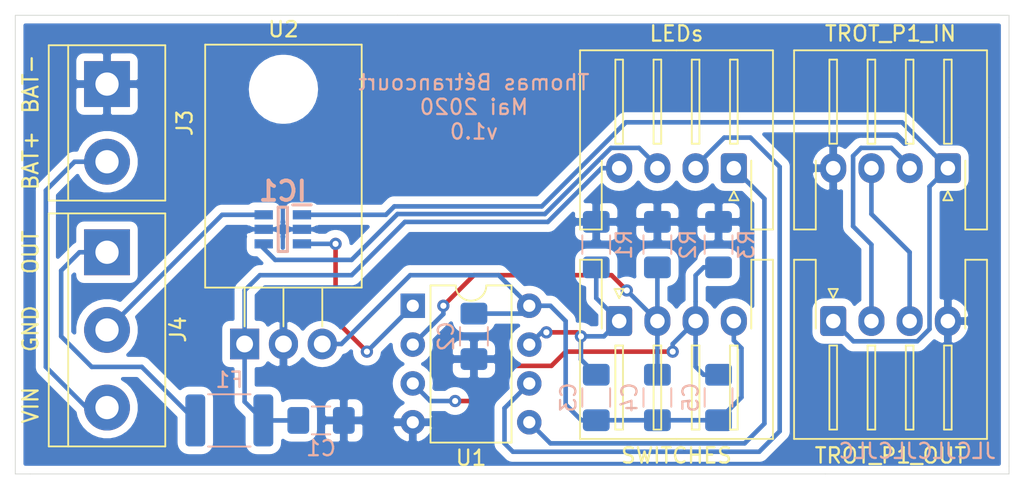
<source format=kicad_pcb>
(kicad_pcb (version 20171130) (host pcbnew 5.1.4-e60b266~84~ubuntu18.04.1)

  (general
    (thickness 1.6)
    (drawings 16)
    (tracks 147)
    (zones 0)
    (modules 18)
    (nets 17)
  )

  (page A4)
  (layers
    (0 F.Cu signal)
    (31 B.Cu signal)
    (32 B.Adhes user)
    (33 F.Adhes user)
    (34 B.Paste user)
    (35 F.Paste user)
    (36 B.SilkS user)
    (37 F.SilkS user)
    (38 B.Mask user)
    (39 F.Mask user)
    (40 Dwgs.User user)
    (41 Cmts.User user hide)
    (42 Eco1.User user)
    (43 Eco2.User user)
    (44 Edge.Cuts user)
    (45 Margin user)
    (46 B.CrtYd user hide)
    (47 F.CrtYd user)
    (48 B.Fab user hide)
    (49 F.Fab user hide)
  )

  (setup
    (last_trace_width 0.3)
    (user_trace_width 0.3)
    (trace_clearance 0.2)
    (zone_clearance 0.508)
    (zone_45_only no)
    (trace_min 0.2)
    (via_size 0.8)
    (via_drill 0.4)
    (via_min_size 0.4)
    (via_min_drill 0.3)
    (uvia_size 0.3)
    (uvia_drill 0.1)
    (uvias_allowed no)
    (uvia_min_size 0.2)
    (uvia_min_drill 0.1)
    (edge_width 0.05)
    (segment_width 0.2)
    (pcb_text_width 0.3)
    (pcb_text_size 1.5 1.5)
    (mod_edge_width 0.12)
    (mod_text_size 1 1)
    (mod_text_width 0.15)
    (pad_size 1.524 1.524)
    (pad_drill 0.762)
    (pad_to_mask_clearance 0.051)
    (solder_mask_min_width 0.25)
    (aux_axis_origin 0 0)
    (visible_elements FFFFFF7F)
    (pcbplotparams
      (layerselection 0x010fc_ffffffff)
      (usegerberextensions false)
      (usegerberattributes false)
      (usegerberadvancedattributes false)
      (creategerberjobfile false)
      (excludeedgelayer true)
      (linewidth 0.100000)
      (plotframeref false)
      (viasonmask false)
      (mode 1)
      (useauxorigin false)
      (hpglpennumber 1)
      (hpglpenspeed 20)
      (hpglpendiameter 15.000000)
      (psnegative false)
      (psa4output false)
      (plotreference true)
      (plotvalue true)
      (plotinvisibletext false)
      (padsonsilk false)
      (subtractmaskfromsilk false)
      (outputformat 1)
      (mirror false)
      (drillshape 1)
      (scaleselection 1)
      (outputdirectory ""))
  )

  (net 0 "")
  (net 1 GND)
  (net 2 +12V)
  (net 3 +5V)
  (net 4 /SW_LEFT)
  (net 5 /SW_RIGHT)
  (net 6 /SW_LIGHTS)
  (net 7 /MOSFET_A_G)
  (net 8 /MOSFET_B_G)
  (net 9 /MOSFET_B_D)
  (net 10 /MOSFET_A_D)
  (net 11 /LED_RIGHT)
  (net 12 /LED_LEFT)
  (net 13 +BATT)
  (net 14 "Net-(J5-Pad3)")
  (net 15 "Net-(J5-Pad2)")
  (net 16 "Net-(F1-Pad2)")

  (net_class Default "This is the default net class."
    (clearance 0.2)
    (trace_width 0.25)
    (via_dia 0.8)
    (via_drill 0.4)
    (uvia_dia 0.3)
    (uvia_drill 0.1)
    (add_net +12V)
    (add_net +5V)
    (add_net +BATT)
    (add_net /LED_LEFT)
    (add_net /LED_RIGHT)
    (add_net /MOSFET_A_D)
    (add_net /MOSFET_A_G)
    (add_net /MOSFET_B_D)
    (add_net /MOSFET_B_G)
    (add_net /SW_LEFT)
    (add_net /SW_LIGHTS)
    (add_net /SW_RIGHT)
    (add_net GND)
    (add_net "Net-(F1-Pad2)")
    (add_net "Net-(J5-Pad2)")
    (add_net "Net-(J5-Pad3)")
  )

  (net_class 12V ""
    (clearance 0.2)
    (trace_width 0.3)
    (via_dia 0.8)
    (via_drill 0.4)
    (uvia_dia 0.3)
    (uvia_drill 0.1)
  )

  (module Connector_JST:JST_XH_S4B-XH-A-1_1x04_P2.50mm_Horizontal (layer F.Cu) (tedit 5C281476) (tstamp 5EB9F57E)
    (at 216.5 105)
    (descr "JST XH series connector, S4B-XH-A-1 (http://www.jst-mfg.com/product/pdf/eng/eXH.pdf), generated with kicad-footprint-generator")
    (tags "connector JST XH horizontal")
    (path /5E9BA604)
    (fp_text reference TROT_P1_OUT (at 3.75 8.8) (layer F.SilkS)
      (effects (font (size 1 1) (thickness 0.15)))
    )
    (fp_text value TROT_P1_OUT (at 3.75 8.8) (layer F.Fab)
      (effects (font (size 1 1) (thickness 0.15)))
    )
    (fp_text user %R (at 3.75 1.85) (layer F.Fab)
      (effects (font (size 1 1) (thickness 0.15)))
    )
    (fp_line (start 0 -0.4) (end 0.625 0.6) (layer F.Fab) (width 0.1))
    (fp_line (start -0.625 0.6) (end 0 -0.4) (layer F.Fab) (width 0.1))
    (fp_line (start 0.3 -2.1) (end 0 -1.5) (layer F.SilkS) (width 0.12))
    (fp_line (start -0.3 -2.1) (end 0.3 -2.1) (layer F.SilkS) (width 0.12))
    (fp_line (start 0 -1.5) (end -0.3 -2.1) (layer F.SilkS) (width 0.12))
    (fp_line (start 7.75 1.6) (end 7.25 1.6) (layer F.SilkS) (width 0.12))
    (fp_line (start 7.75 7.1) (end 7.75 1.6) (layer F.SilkS) (width 0.12))
    (fp_line (start 7.25 7.1) (end 7.75 7.1) (layer F.SilkS) (width 0.12))
    (fp_line (start 7.25 1.6) (end 7.25 7.1) (layer F.SilkS) (width 0.12))
    (fp_line (start 5.25 1.6) (end 4.75 1.6) (layer F.SilkS) (width 0.12))
    (fp_line (start 5.25 7.1) (end 5.25 1.6) (layer F.SilkS) (width 0.12))
    (fp_line (start 4.75 7.1) (end 5.25 7.1) (layer F.SilkS) (width 0.12))
    (fp_line (start 4.75 1.6) (end 4.75 7.1) (layer F.SilkS) (width 0.12))
    (fp_line (start 2.75 1.6) (end 2.25 1.6) (layer F.SilkS) (width 0.12))
    (fp_line (start 2.75 7.1) (end 2.75 1.6) (layer F.SilkS) (width 0.12))
    (fp_line (start 2.25 7.1) (end 2.75 7.1) (layer F.SilkS) (width 0.12))
    (fp_line (start 2.25 1.6) (end 2.25 7.1) (layer F.SilkS) (width 0.12))
    (fp_line (start 0.25 1.6) (end -0.25 1.6) (layer F.SilkS) (width 0.12))
    (fp_line (start 0.25 7.1) (end 0.25 1.6) (layer F.SilkS) (width 0.12))
    (fp_line (start -0.25 7.1) (end 0.25 7.1) (layer F.SilkS) (width 0.12))
    (fp_line (start -0.25 1.6) (end -0.25 7.1) (layer F.SilkS) (width 0.12))
    (fp_line (start 8.75 0.6) (end 3.75 0.6) (layer F.Fab) (width 0.1))
    (fp_line (start 8.75 -3.9) (end 8.75 0.6) (layer F.Fab) (width 0.1))
    (fp_line (start 9.95 -3.9) (end 8.75 -3.9) (layer F.Fab) (width 0.1))
    (fp_line (start 9.95 7.6) (end 9.95 -3.9) (layer F.Fab) (width 0.1))
    (fp_line (start 3.75 7.6) (end 9.95 7.6) (layer F.Fab) (width 0.1))
    (fp_line (start -1.25 0.6) (end 3.75 0.6) (layer F.Fab) (width 0.1))
    (fp_line (start -1.25 -3.9) (end -1.25 0.6) (layer F.Fab) (width 0.1))
    (fp_line (start -2.45 -3.9) (end -1.25 -3.9) (layer F.Fab) (width 0.1))
    (fp_line (start -2.45 7.6) (end -2.45 -3.9) (layer F.Fab) (width 0.1))
    (fp_line (start 3.75 7.6) (end -2.45 7.6) (layer F.Fab) (width 0.1))
    (fp_line (start 8.64 -4.01) (end 8.64 0.49) (layer F.SilkS) (width 0.12))
    (fp_line (start 10.06 -4.01) (end 8.64 -4.01) (layer F.SilkS) (width 0.12))
    (fp_line (start 10.06 7.71) (end 10.06 -4.01) (layer F.SilkS) (width 0.12))
    (fp_line (start 3.75 7.71) (end 10.06 7.71) (layer F.SilkS) (width 0.12))
    (fp_line (start -1.14 -4.01) (end -1.14 0.49) (layer F.SilkS) (width 0.12))
    (fp_line (start -2.56 -4.01) (end -1.14 -4.01) (layer F.SilkS) (width 0.12))
    (fp_line (start -2.56 7.71) (end -2.56 -4.01) (layer F.SilkS) (width 0.12))
    (fp_line (start 3.75 7.71) (end -2.56 7.71) (layer F.SilkS) (width 0.12))
    (fp_line (start 10.45 -4.4) (end -2.95 -4.4) (layer F.CrtYd) (width 0.05))
    (fp_line (start 10.45 8.1) (end 10.45 -4.4) (layer F.CrtYd) (width 0.05))
    (fp_line (start -2.95 8.1) (end 10.45 8.1) (layer F.CrtYd) (width 0.05))
    (fp_line (start -2.95 -4.4) (end -2.95 8.1) (layer F.CrtYd) (width 0.05))
    (pad 4 thru_hole oval (at 7.5 0) (size 1.7 1.95) (drill 0.95) (layers *.Cu *.Mask)
      (net 1 GND))
    (pad 3 thru_hole oval (at 5 0) (size 1.7 1.95) (drill 0.95) (layers *.Cu *.Mask)
      (net 14 "Net-(J5-Pad3)"))
    (pad 2 thru_hole oval (at 2.5 0) (size 1.7 1.95) (drill 0.95) (layers *.Cu *.Mask)
      (net 15 "Net-(J5-Pad2)"))
    (pad 1 thru_hole roundrect (at 0 0) (size 1.7 1.95) (drill 0.95) (layers *.Cu *.Mask) (roundrect_rratio 0.147059)
      (net 7 /MOSFET_A_G))
    (model ${KISYS3DMOD}/Connector_JST.3dshapes/JST_XH_S4B-XH-A-1_1x04_P2.50mm_Horizontal.wrl
      (at (xyz 0 0 0))
      (scale (xyz 1 1 1))
      (rotate (xyz 0 0 0))
    )
  )

  (module Connector_JST:JST_XH_S4B-XH-A-1_1x04_P2.50mm_Horizontal (layer F.Cu) (tedit 5C281476) (tstamp 5EB9F548)
    (at 224 95 180)
    (descr "JST XH series connector, S4B-XH-A-1 (http://www.jst-mfg.com/product/pdf/eng/eXH.pdf), generated with kicad-footprint-generator")
    (tags "connector JST XH horizontal")
    (path /5E9B82CA)
    (fp_text reference TROT_P1_IN (at 3.75 8.8) (layer F.SilkS)
      (effects (font (size 1 1) (thickness 0.15)))
    )
    (fp_text value TROT_P1_IN (at 3.75 8.8) (layer F.Fab)
      (effects (font (size 1 1) (thickness 0.15)))
    )
    (fp_text user %R (at 3.75 1.85) (layer F.Fab)
      (effects (font (size 1 1) (thickness 0.15)))
    )
    (fp_line (start 0 -0.4) (end 0.625 0.6) (layer F.Fab) (width 0.1))
    (fp_line (start -0.625 0.6) (end 0 -0.4) (layer F.Fab) (width 0.1))
    (fp_line (start 0.3 -2.1) (end 0 -1.5) (layer F.SilkS) (width 0.12))
    (fp_line (start -0.3 -2.1) (end 0.3 -2.1) (layer F.SilkS) (width 0.12))
    (fp_line (start 0 -1.5) (end -0.3 -2.1) (layer F.SilkS) (width 0.12))
    (fp_line (start 7.75 1.6) (end 7.25 1.6) (layer F.SilkS) (width 0.12))
    (fp_line (start 7.75 7.1) (end 7.75 1.6) (layer F.SilkS) (width 0.12))
    (fp_line (start 7.25 7.1) (end 7.75 7.1) (layer F.SilkS) (width 0.12))
    (fp_line (start 7.25 1.6) (end 7.25 7.1) (layer F.SilkS) (width 0.12))
    (fp_line (start 5.25 1.6) (end 4.75 1.6) (layer F.SilkS) (width 0.12))
    (fp_line (start 5.25 7.1) (end 5.25 1.6) (layer F.SilkS) (width 0.12))
    (fp_line (start 4.75 7.1) (end 5.25 7.1) (layer F.SilkS) (width 0.12))
    (fp_line (start 4.75 1.6) (end 4.75 7.1) (layer F.SilkS) (width 0.12))
    (fp_line (start 2.75 1.6) (end 2.25 1.6) (layer F.SilkS) (width 0.12))
    (fp_line (start 2.75 7.1) (end 2.75 1.6) (layer F.SilkS) (width 0.12))
    (fp_line (start 2.25 7.1) (end 2.75 7.1) (layer F.SilkS) (width 0.12))
    (fp_line (start 2.25 1.6) (end 2.25 7.1) (layer F.SilkS) (width 0.12))
    (fp_line (start 0.25 1.6) (end -0.25 1.6) (layer F.SilkS) (width 0.12))
    (fp_line (start 0.25 7.1) (end 0.25 1.6) (layer F.SilkS) (width 0.12))
    (fp_line (start -0.25 7.1) (end 0.25 7.1) (layer F.SilkS) (width 0.12))
    (fp_line (start -0.25 1.6) (end -0.25 7.1) (layer F.SilkS) (width 0.12))
    (fp_line (start 8.75 0.6) (end 3.75 0.6) (layer F.Fab) (width 0.1))
    (fp_line (start 8.75 -3.9) (end 8.75 0.6) (layer F.Fab) (width 0.1))
    (fp_line (start 9.95 -3.9) (end 8.75 -3.9) (layer F.Fab) (width 0.1))
    (fp_line (start 9.95 7.6) (end 9.95 -3.9) (layer F.Fab) (width 0.1))
    (fp_line (start 3.75 7.6) (end 9.95 7.6) (layer F.Fab) (width 0.1))
    (fp_line (start -1.25 0.6) (end 3.75 0.6) (layer F.Fab) (width 0.1))
    (fp_line (start -1.25 -3.9) (end -1.25 0.6) (layer F.Fab) (width 0.1))
    (fp_line (start -2.45 -3.9) (end -1.25 -3.9) (layer F.Fab) (width 0.1))
    (fp_line (start -2.45 7.6) (end -2.45 -3.9) (layer F.Fab) (width 0.1))
    (fp_line (start 3.75 7.6) (end -2.45 7.6) (layer F.Fab) (width 0.1))
    (fp_line (start 8.64 -4.01) (end 8.64 0.49) (layer F.SilkS) (width 0.12))
    (fp_line (start 10.06 -4.01) (end 8.64 -4.01) (layer F.SilkS) (width 0.12))
    (fp_line (start 10.06 7.71) (end 10.06 -4.01) (layer F.SilkS) (width 0.12))
    (fp_line (start 3.75 7.71) (end 10.06 7.71) (layer F.SilkS) (width 0.12))
    (fp_line (start -1.14 -4.01) (end -1.14 0.49) (layer F.SilkS) (width 0.12))
    (fp_line (start -2.56 -4.01) (end -1.14 -4.01) (layer F.SilkS) (width 0.12))
    (fp_line (start -2.56 7.71) (end -2.56 -4.01) (layer F.SilkS) (width 0.12))
    (fp_line (start 3.75 7.71) (end -2.56 7.71) (layer F.SilkS) (width 0.12))
    (fp_line (start 10.45 -4.4) (end -2.95 -4.4) (layer F.CrtYd) (width 0.05))
    (fp_line (start 10.45 8.1) (end 10.45 -4.4) (layer F.CrtYd) (width 0.05))
    (fp_line (start -2.95 8.1) (end 10.45 8.1) (layer F.CrtYd) (width 0.05))
    (fp_line (start -2.95 -4.4) (end -2.95 8.1) (layer F.CrtYd) (width 0.05))
    (pad 4 thru_hole oval (at 7.5 0 180) (size 1.7 1.95) (drill 0.95) (layers *.Cu *.Mask)
      (net 1 GND))
    (pad 3 thru_hole oval (at 5 0 180) (size 1.7 1.95) (drill 0.95) (layers *.Cu *.Mask)
      (net 14 "Net-(J5-Pad3)"))
    (pad 2 thru_hole oval (at 2.5 0 180) (size 1.7 1.95) (drill 0.95) (layers *.Cu *.Mask)
      (net 15 "Net-(J5-Pad2)"))
    (pad 1 thru_hole roundrect (at 0 0 180) (size 1.7 1.95) (drill 0.95) (layers *.Cu *.Mask) (roundrect_rratio 0.147059)
      (net 7 /MOSFET_A_G))
    (model ${KISYS3DMOD}/Connector_JST.3dshapes/JST_XH_S4B-XH-A-1_1x04_P2.50mm_Horizontal.wrl
      (at (xyz 0 0 0))
      (scale (xyz 1 1 1))
      (rotate (xyz 0 0 0))
    )
  )

  (module Fuse:Fuse_1812_4532Metric_Pad1.30x3.40mm_HandSolder (layer B.Cu) (tedit 5B301BBE) (tstamp 5EBA1C06)
    (at 177 111.5 180)
    (descr "Fuse SMD 1812 (4532 Metric), square (rectangular) end terminal, IPC_7351 nominal with elongated pad for handsoldering. (Body size source: https://www.nikhef.nl/pub/departments/mt/projects/detectorR_D/dtddice/ERJ2G.pdf), generated with kicad-footprint-generator")
    (tags "resistor handsolder")
    (path /5EC902E2)
    (attr smd)
    (fp_text reference F1 (at 0 2.65) (layer B.SilkS)
      (effects (font (size 1 1) (thickness 0.15)) (justify mirror))
    )
    (fp_text value Fuse (at 0 -2.65) (layer B.Fab)
      (effects (font (size 1 1) (thickness 0.15)) (justify mirror))
    )
    (fp_text user %R (at 0 0) (layer B.Fab)
      (effects (font (size 1 1) (thickness 0.15)) (justify mirror))
    )
    (fp_line (start 3.12 -1.95) (end -3.12 -1.95) (layer B.CrtYd) (width 0.05))
    (fp_line (start 3.12 1.95) (end 3.12 -1.95) (layer B.CrtYd) (width 0.05))
    (fp_line (start -3.12 1.95) (end 3.12 1.95) (layer B.CrtYd) (width 0.05))
    (fp_line (start -3.12 -1.95) (end -3.12 1.95) (layer B.CrtYd) (width 0.05))
    (fp_line (start -1.386252 -1.71) (end 1.386252 -1.71) (layer B.SilkS) (width 0.12))
    (fp_line (start -1.386252 1.71) (end 1.386252 1.71) (layer B.SilkS) (width 0.12))
    (fp_line (start 2.25 -1.6) (end -2.25 -1.6) (layer B.Fab) (width 0.1))
    (fp_line (start 2.25 1.6) (end 2.25 -1.6) (layer B.Fab) (width 0.1))
    (fp_line (start -2.25 1.6) (end 2.25 1.6) (layer B.Fab) (width 0.1))
    (fp_line (start -2.25 -1.6) (end -2.25 1.6) (layer B.Fab) (width 0.1))
    (pad 2 smd roundrect (at 2.225 0 180) (size 1.3 3.4) (layers B.Cu B.Paste B.Mask) (roundrect_rratio 0.192308)
      (net 16 "Net-(F1-Pad2)"))
    (pad 1 smd roundrect (at -2.225 0 180) (size 1.3 3.4) (layers B.Cu B.Paste B.Mask) (roundrect_rratio 0.192308)
      (net 2 +12V))
    (model ${KISYS3DMOD}/Fuse.3dshapes/Fuse_1812_4532Metric.wrl
      (at (xyz 0 0 0))
      (scale (xyz 1 1 1))
      (rotate (xyz 0 0 0))
    )
  )

  (module Package_TO_SOT_THT:TO-220-3_Horizontal_TabDown (layer F.Cu) (tedit 5AC8BA0D) (tstamp 5EB9F5ED)
    (at 178 106.5)
    (descr "TO-220-3, Horizontal, RM 2.54mm, see https://www.vishay.com/docs/66542/to-220-1.pdf")
    (tags "TO-220-3 Horizontal RM 2.54mm")
    (path /5E10E266)
    (fp_text reference U2 (at 2.54 -20.58) (layer F.SilkS)
      (effects (font (size 1 1) (thickness 0.15)))
    )
    (fp_text value LM7805_TO220 (at 2.54 2) (layer F.Fab)
      (effects (font (size 1 1) (thickness 0.15)))
    )
    (fp_text user %R (at 2.54 -20.58) (layer F.Fab)
      (effects (font (size 1 1) (thickness 0.15)))
    )
    (fp_line (start 7.79 -19.71) (end -2.71 -19.71) (layer F.CrtYd) (width 0.05))
    (fp_line (start 7.79 1.25) (end 7.79 -19.71) (layer F.CrtYd) (width 0.05))
    (fp_line (start -2.71 1.25) (end 7.79 1.25) (layer F.CrtYd) (width 0.05))
    (fp_line (start -2.71 -19.71) (end -2.71 1.25) (layer F.CrtYd) (width 0.05))
    (fp_line (start 5.08 -3.69) (end 5.08 -1.15) (layer F.SilkS) (width 0.12))
    (fp_line (start 2.54 -3.69) (end 2.54 -1.15) (layer F.SilkS) (width 0.12))
    (fp_line (start 0 -3.69) (end 0 -1.15) (layer F.SilkS) (width 0.12))
    (fp_line (start 7.66 -19.58) (end 7.66 -3.69) (layer F.SilkS) (width 0.12))
    (fp_line (start -2.58 -19.58) (end -2.58 -3.69) (layer F.SilkS) (width 0.12))
    (fp_line (start -2.58 -19.58) (end 7.66 -19.58) (layer F.SilkS) (width 0.12))
    (fp_line (start -2.58 -3.69) (end 7.66 -3.69) (layer F.SilkS) (width 0.12))
    (fp_line (start 5.08 -3.81) (end 5.08 0) (layer F.Fab) (width 0.1))
    (fp_line (start 2.54 -3.81) (end 2.54 0) (layer F.Fab) (width 0.1))
    (fp_line (start 0 -3.81) (end 0 0) (layer F.Fab) (width 0.1))
    (fp_line (start 7.54 -3.81) (end -2.46 -3.81) (layer F.Fab) (width 0.1))
    (fp_line (start 7.54 -13.06) (end 7.54 -3.81) (layer F.Fab) (width 0.1))
    (fp_line (start -2.46 -13.06) (end 7.54 -13.06) (layer F.Fab) (width 0.1))
    (fp_line (start -2.46 -3.81) (end -2.46 -13.06) (layer F.Fab) (width 0.1))
    (fp_line (start 7.54 -13.06) (end -2.46 -13.06) (layer F.Fab) (width 0.1))
    (fp_line (start 7.54 -19.46) (end 7.54 -13.06) (layer F.Fab) (width 0.1))
    (fp_line (start -2.46 -19.46) (end 7.54 -19.46) (layer F.Fab) (width 0.1))
    (fp_line (start -2.46 -13.06) (end -2.46 -19.46) (layer F.Fab) (width 0.1))
    (fp_circle (center 2.54 -16.66) (end 4.39 -16.66) (layer F.Fab) (width 0.1))
    (pad 3 thru_hole oval (at 5.08 0) (size 1.905 2) (drill 1.1) (layers *.Cu *.Mask)
      (net 3 +5V))
    (pad 2 thru_hole oval (at 2.54 0) (size 1.905 2) (drill 1.1) (layers *.Cu *.Mask)
      (net 1 GND))
    (pad 1 thru_hole rect (at 0 0) (size 1.905 2) (drill 1.1) (layers *.Cu *.Mask)
      (net 2 +12V))
    (pad "" np_thru_hole oval (at 2.54 -16.66) (size 3.5 3.5) (drill 3.5) (layers *.Cu *.Mask))
    (model ${KISYS3DMOD}/Package_TO_SOT_THT.3dshapes/TO-220-3_Horizontal_TabDown.wrl
      (at (xyz 0 0 0))
      (scale (xyz 1 1 1))
      (rotate (xyz 0 0 0))
    )
  )

  (module Package_DIP:DIP-8_W7.62mm (layer F.Cu) (tedit 5A02E8C5) (tstamp 5EB9F5CD)
    (at 189 104)
    (descr "8-lead though-hole mounted DIP package, row spacing 7.62 mm (300 mils)")
    (tags "THT DIP DIL PDIP 2.54mm 7.62mm 300mil")
    (path /5E10CBD7)
    (fp_text reference U1 (at 3.81 9.95) (layer F.SilkS)
      (effects (font (size 1 1) (thickness 0.15)))
    )
    (fp_text value ATtiny85-20PU (at 3.81 9.95) (layer F.Fab)
      (effects (font (size 1 1) (thickness 0.15)))
    )
    (fp_text user %R (at 3.81 3.81) (layer F.Fab)
      (effects (font (size 1 1) (thickness 0.15)))
    )
    (fp_line (start 8.7 -1.55) (end -1.1 -1.55) (layer F.CrtYd) (width 0.05))
    (fp_line (start 8.7 9.15) (end 8.7 -1.55) (layer F.CrtYd) (width 0.05))
    (fp_line (start -1.1 9.15) (end 8.7 9.15) (layer F.CrtYd) (width 0.05))
    (fp_line (start -1.1 -1.55) (end -1.1 9.15) (layer F.CrtYd) (width 0.05))
    (fp_line (start 6.46 -1.33) (end 4.81 -1.33) (layer F.SilkS) (width 0.12))
    (fp_line (start 6.46 8.95) (end 6.46 -1.33) (layer F.SilkS) (width 0.12))
    (fp_line (start 1.16 8.95) (end 6.46 8.95) (layer F.SilkS) (width 0.12))
    (fp_line (start 1.16 -1.33) (end 1.16 8.95) (layer F.SilkS) (width 0.12))
    (fp_line (start 2.81 -1.33) (end 1.16 -1.33) (layer F.SilkS) (width 0.12))
    (fp_line (start 0.635 -0.27) (end 1.635 -1.27) (layer F.Fab) (width 0.1))
    (fp_line (start 0.635 8.89) (end 0.635 -0.27) (layer F.Fab) (width 0.1))
    (fp_line (start 6.985 8.89) (end 0.635 8.89) (layer F.Fab) (width 0.1))
    (fp_line (start 6.985 -1.27) (end 6.985 8.89) (layer F.Fab) (width 0.1))
    (fp_line (start 1.635 -1.27) (end 6.985 -1.27) (layer F.Fab) (width 0.1))
    (fp_arc (start 3.81 -1.33) (end 2.81 -1.33) (angle -180) (layer F.SilkS) (width 0.12))
    (pad 8 thru_hole oval (at 7.62 0) (size 1.6 1.6) (drill 0.8) (layers *.Cu *.Mask)
      (net 3 +5V))
    (pad 4 thru_hole oval (at 0 7.62) (size 1.6 1.6) (drill 0.8) (layers *.Cu *.Mask)
      (net 1 GND))
    (pad 7 thru_hole oval (at 7.62 2.54) (size 1.6 1.6) (drill 0.8) (layers *.Cu *.Mask)
      (net 4 /SW_LEFT))
    (pad 3 thru_hole oval (at 0 5.08) (size 1.6 1.6) (drill 0.8) (layers *.Cu *.Mask)
      (net 6 /SW_LIGHTS))
    (pad 6 thru_hole oval (at 7.62 5.08) (size 1.6 1.6) (drill 0.8) (layers *.Cu *.Mask)
      (net 11 /LED_RIGHT))
    (pad 2 thru_hole oval (at 0 2.54) (size 1.6 1.6) (drill 0.8) (layers *.Cu *.Mask)
      (net 5 /SW_RIGHT))
    (pad 5 thru_hole oval (at 7.62 7.62) (size 1.6 1.6) (drill 0.8) (layers *.Cu *.Mask)
      (net 12 /LED_LEFT))
    (pad 1 thru_hole rect (at 0 0) (size 1.6 1.6) (drill 0.8) (layers *.Cu *.Mask)
      (net 8 /MOSFET_B_G))
    (model ${KISYS3DMOD}/Package_DIP.3dshapes/DIP-8_W7.62mm.wrl
      (at (xyz 0 0 0))
      (scale (xyz 1 1 1))
      (rotate (xyz 0 0 0))
    )
  )

  (module Resistor_SMD:R_1206_3216Metric_Pad1.42x1.75mm_HandSolder (layer B.Cu) (tedit 5B301BBD) (tstamp 5EB9F5B1)
    (at 209 100 90)
    (descr "Resistor SMD 1206 (3216 Metric), square (rectangular) end terminal, IPC_7351 nominal with elongated pad for handsoldering. (Body size source: http://www.tortai-tech.com/upload/download/2011102023233369053.pdf), generated with kicad-footprint-generator")
    (tags "resistor handsolder")
    (path /5E2E2E10)
    (attr smd)
    (fp_text reference R3 (at 0 1.82 90) (layer B.SilkS)
      (effects (font (size 1 1) (thickness 0.15)) (justify mirror))
    )
    (fp_text value 10k (at 0 -1.82 90) (layer B.Fab)
      (effects (font (size 1 1) (thickness 0.15)) (justify mirror))
    )
    (fp_text user %R (at 0 0 90) (layer B.Fab)
      (effects (font (size 0.8 0.8) (thickness 0.12)) (justify mirror))
    )
    (fp_line (start 2.45 -1.12) (end -2.45 -1.12) (layer B.CrtYd) (width 0.05))
    (fp_line (start 2.45 1.12) (end 2.45 -1.12) (layer B.CrtYd) (width 0.05))
    (fp_line (start -2.45 1.12) (end 2.45 1.12) (layer B.CrtYd) (width 0.05))
    (fp_line (start -2.45 -1.12) (end -2.45 1.12) (layer B.CrtYd) (width 0.05))
    (fp_line (start -0.602064 -0.91) (end 0.602064 -0.91) (layer B.SilkS) (width 0.12))
    (fp_line (start -0.602064 0.91) (end 0.602064 0.91) (layer B.SilkS) (width 0.12))
    (fp_line (start 1.6 -0.8) (end -1.6 -0.8) (layer B.Fab) (width 0.1))
    (fp_line (start 1.6 0.8) (end 1.6 -0.8) (layer B.Fab) (width 0.1))
    (fp_line (start -1.6 0.8) (end 1.6 0.8) (layer B.Fab) (width 0.1))
    (fp_line (start -1.6 -0.8) (end -1.6 0.8) (layer B.Fab) (width 0.1))
    (pad 2 smd roundrect (at 1.4875 0 90) (size 1.425 1.75) (layers B.Cu B.Paste B.Mask) (roundrect_rratio 0.175439)
      (net 1 GND))
    (pad 1 smd roundrect (at -1.4875 0 90) (size 1.425 1.75) (layers B.Cu B.Paste B.Mask) (roundrect_rratio 0.175439)
      (net 6 /SW_LIGHTS))
    (model ${KISYS3DMOD}/Resistor_SMD.3dshapes/R_1206_3216Metric.wrl
      (at (xyz 0 0 0))
      (scale (xyz 1 1 1))
      (rotate (xyz 0 0 0))
    )
  )

  (module Resistor_SMD:R_1206_3216Metric_Pad1.42x1.75mm_HandSolder (layer B.Cu) (tedit 5B301BBD) (tstamp 5EB9F5A0)
    (at 205 100 270)
    (descr "Resistor SMD 1206 (3216 Metric), square (rectangular) end terminal, IPC_7351 nominal with elongated pad for handsoldering. (Body size source: http://www.tortai-tech.com/upload/download/2011102023233369053.pdf), generated with kicad-footprint-generator")
    (tags "resistor handsolder")
    (path /5E2E28C3)
    (attr smd)
    (fp_text reference R2 (at 0 -2 90) (layer B.SilkS)
      (effects (font (size 1 1) (thickness 0.15)) (justify mirror))
    )
    (fp_text value 10k (at 0 -1.82 90) (layer B.Fab)
      (effects (font (size 1 1) (thickness 0.15)) (justify mirror))
    )
    (fp_text user %R (at 0 0 90) (layer B.Fab)
      (effects (font (size 0.8 0.8) (thickness 0.12)) (justify mirror))
    )
    (fp_line (start 2.45 -1.12) (end -2.45 -1.12) (layer B.CrtYd) (width 0.05))
    (fp_line (start 2.45 1.12) (end 2.45 -1.12) (layer B.CrtYd) (width 0.05))
    (fp_line (start -2.45 1.12) (end 2.45 1.12) (layer B.CrtYd) (width 0.05))
    (fp_line (start -2.45 -1.12) (end -2.45 1.12) (layer B.CrtYd) (width 0.05))
    (fp_line (start -0.602064 -0.91) (end 0.602064 -0.91) (layer B.SilkS) (width 0.12))
    (fp_line (start -0.602064 0.91) (end 0.602064 0.91) (layer B.SilkS) (width 0.12))
    (fp_line (start 1.6 -0.8) (end -1.6 -0.8) (layer B.Fab) (width 0.1))
    (fp_line (start 1.6 0.8) (end 1.6 -0.8) (layer B.Fab) (width 0.1))
    (fp_line (start -1.6 0.8) (end 1.6 0.8) (layer B.Fab) (width 0.1))
    (fp_line (start -1.6 -0.8) (end -1.6 0.8) (layer B.Fab) (width 0.1))
    (pad 2 smd roundrect (at 1.4875 0 270) (size 1.425 1.75) (layers B.Cu B.Paste B.Mask) (roundrect_rratio 0.175439)
      (net 5 /SW_RIGHT))
    (pad 1 smd roundrect (at -1.4875 0 270) (size 1.425 1.75) (layers B.Cu B.Paste B.Mask) (roundrect_rratio 0.175439)
      (net 1 GND))
    (model ${KISYS3DMOD}/Resistor_SMD.3dshapes/R_1206_3216Metric.wrl
      (at (xyz 0 0 0))
      (scale (xyz 1 1 1))
      (rotate (xyz 0 0 0))
    )
  )

  (module Resistor_SMD:R_1206_3216Metric_Pad1.42x1.75mm_HandSolder (layer B.Cu) (tedit 5B301BBD) (tstamp 5EB9F58F)
    (at 201 100 90)
    (descr "Resistor SMD 1206 (3216 Metric), square (rectangular) end terminal, IPC_7351 nominal with elongated pad for handsoldering. (Body size source: http://www.tortai-tech.com/upload/download/2011102023233369053.pdf), generated with kicad-footprint-generator")
    (tags "resistor handsolder")
    (path /5E2E1137)
    (attr smd)
    (fp_text reference R1 (at 0 1.82 90) (layer B.SilkS)
      (effects (font (size 1 1) (thickness 0.15)) (justify mirror))
    )
    (fp_text value 10k (at 0 -1.82 90) (layer B.Fab)
      (effects (font (size 1 1) (thickness 0.15)) (justify mirror))
    )
    (fp_text user %R (at 0 0 90) (layer B.Fab)
      (effects (font (size 0.8 0.8) (thickness 0.12)) (justify mirror))
    )
    (fp_line (start 2.45 -1.12) (end -2.45 -1.12) (layer B.CrtYd) (width 0.05))
    (fp_line (start 2.45 1.12) (end 2.45 -1.12) (layer B.CrtYd) (width 0.05))
    (fp_line (start -2.45 1.12) (end 2.45 1.12) (layer B.CrtYd) (width 0.05))
    (fp_line (start -2.45 -1.12) (end -2.45 1.12) (layer B.CrtYd) (width 0.05))
    (fp_line (start -0.602064 -0.91) (end 0.602064 -0.91) (layer B.SilkS) (width 0.12))
    (fp_line (start -0.602064 0.91) (end 0.602064 0.91) (layer B.SilkS) (width 0.12))
    (fp_line (start 1.6 -0.8) (end -1.6 -0.8) (layer B.Fab) (width 0.1))
    (fp_line (start 1.6 0.8) (end 1.6 -0.8) (layer B.Fab) (width 0.1))
    (fp_line (start -1.6 0.8) (end 1.6 0.8) (layer B.Fab) (width 0.1))
    (fp_line (start -1.6 -0.8) (end -1.6 0.8) (layer B.Fab) (width 0.1))
    (pad 2 smd roundrect (at 1.4875 0 90) (size 1.425 1.75) (layers B.Cu B.Paste B.Mask) (roundrect_rratio 0.175439)
      (net 1 GND))
    (pad 1 smd roundrect (at -1.4875 0 90) (size 1.425 1.75) (layers B.Cu B.Paste B.Mask) (roundrect_rratio 0.175439)
      (net 4 /SW_LEFT))
    (model ${KISYS3DMOD}/Resistor_SMD.3dshapes/R_1206_3216Metric.wrl
      (at (xyz 0 0 0))
      (scale (xyz 1 1 1))
      (rotate (xyz 0 0 0))
    )
  )

  (module TerminalBlock:TerminalBlock_bornier-3_P5.08mm (layer F.Cu) (tedit 59FF03B9) (tstamp 5EB9F512)
    (at 169 100.5 270)
    (descr "simple 3-pin terminal block, pitch 5.08mm, revamped version of bornier3")
    (tags "terminal block bornier3")
    (path /5EBDB92A)
    (fp_text reference J4 (at 5.05 -4.65 90) (layer F.SilkS)
      (effects (font (size 1 1) (thickness 0.15)))
    )
    (fp_text value BUCK (at 5.08 5.08 90) (layer F.Fab)
      (effects (font (size 1 1) (thickness 0.15)))
    )
    (fp_line (start 12.88 4) (end -2.72 4) (layer F.CrtYd) (width 0.05))
    (fp_line (start 12.88 4) (end 12.88 -4) (layer F.CrtYd) (width 0.05))
    (fp_line (start -2.72 -4) (end -2.72 4) (layer F.CrtYd) (width 0.05))
    (fp_line (start -2.72 -4) (end 12.88 -4) (layer F.CrtYd) (width 0.05))
    (fp_line (start -2.54 3.81) (end 12.7 3.81) (layer F.SilkS) (width 0.12))
    (fp_line (start -2.54 -3.81) (end 12.7 -3.81) (layer F.SilkS) (width 0.12))
    (fp_line (start -2.54 2.54) (end 12.7 2.54) (layer F.SilkS) (width 0.12))
    (fp_line (start 12.7 3.81) (end 12.7 -3.81) (layer F.SilkS) (width 0.12))
    (fp_line (start -2.54 3.81) (end -2.54 -3.81) (layer F.SilkS) (width 0.12))
    (fp_line (start -2.47 3.75) (end -2.47 -3.75) (layer F.Fab) (width 0.1))
    (fp_line (start 12.63 3.75) (end -2.47 3.75) (layer F.Fab) (width 0.1))
    (fp_line (start 12.63 -3.75) (end 12.63 3.75) (layer F.Fab) (width 0.1))
    (fp_line (start -2.47 -3.75) (end 12.63 -3.75) (layer F.Fab) (width 0.1))
    (fp_line (start -2.47 2.55) (end 12.63 2.55) (layer F.Fab) (width 0.1))
    (fp_text user %R (at 5.08 0 90) (layer F.Fab)
      (effects (font (size 1 1) (thickness 0.15)))
    )
    (pad 3 thru_hole circle (at 10.16 0 270) (size 3 3) (drill 1.52) (layers *.Cu *.Mask)
      (net 13 +BATT))
    (pad 2 thru_hole circle (at 5.08 0 270) (size 3 3) (drill 1.52) (layers *.Cu *.Mask)
      (net 10 /MOSFET_A_D))
    (pad 1 thru_hole rect (at 0 0 270) (size 3 3) (drill 1.52) (layers *.Cu *.Mask)
      (net 16 "Net-(F1-Pad2)"))
    (model ${KISYS3DMOD}/TerminalBlock.3dshapes/TerminalBlock_bornier-3_P5.08mm.wrl
      (offset (xyz 5.079999923706055 0 0))
      (scale (xyz 1 1 1))
      (rotate (xyz 0 0 0))
    )
  )

  (module TerminalBlock:TerminalBlock_bornier-2_P5.08mm (layer F.Cu) (tedit 59FF03AB) (tstamp 5EB9F4FC)
    (at 169 89.5 270)
    (descr "simple 2-pin terminal block, pitch 5.08mm, revamped version of bornier2")
    (tags "terminal block bornier2")
    (path /5EBBE35D)
    (fp_text reference J3 (at 2.54 -5.08 90) (layer F.SilkS)
      (effects (font (size 1 1) (thickness 0.15)))
    )
    (fp_text value BATTERY (at 2.54 5.08 90) (layer F.Fab)
      (effects (font (size 1 1) (thickness 0.15)))
    )
    (fp_line (start 7.79 4) (end -2.71 4) (layer F.CrtYd) (width 0.05))
    (fp_line (start 7.79 4) (end 7.79 -4) (layer F.CrtYd) (width 0.05))
    (fp_line (start -2.71 -4) (end -2.71 4) (layer F.CrtYd) (width 0.05))
    (fp_line (start -2.71 -4) (end 7.79 -4) (layer F.CrtYd) (width 0.05))
    (fp_line (start -2.54 3.81) (end 7.62 3.81) (layer F.SilkS) (width 0.12))
    (fp_line (start -2.54 -3.81) (end -2.54 3.81) (layer F.SilkS) (width 0.12))
    (fp_line (start 7.62 -3.81) (end -2.54 -3.81) (layer F.SilkS) (width 0.12))
    (fp_line (start 7.62 3.81) (end 7.62 -3.81) (layer F.SilkS) (width 0.12))
    (fp_line (start 7.62 2.54) (end -2.54 2.54) (layer F.SilkS) (width 0.12))
    (fp_line (start 7.54 -3.75) (end -2.46 -3.75) (layer F.Fab) (width 0.1))
    (fp_line (start 7.54 3.75) (end 7.54 -3.75) (layer F.Fab) (width 0.1))
    (fp_line (start -2.46 3.75) (end 7.54 3.75) (layer F.Fab) (width 0.1))
    (fp_line (start -2.46 -3.75) (end -2.46 3.75) (layer F.Fab) (width 0.1))
    (fp_line (start -2.41 2.55) (end 7.49 2.55) (layer F.Fab) (width 0.1))
    (fp_text user %R (at 2.54 0 90) (layer F.Fab)
      (effects (font (size 1 1) (thickness 0.15)))
    )
    (pad 2 thru_hole circle (at 5.08 0 270) (size 3 3) (drill 1.52) (layers *.Cu *.Mask)
      (net 13 +BATT))
    (pad 1 thru_hole rect (at 0 0 270) (size 3 3) (drill 1.52) (layers *.Cu *.Mask)
      (net 1 GND))
    (model ${KISYS3DMOD}/TerminalBlock.3dshapes/TerminalBlock_bornier-2_P5.08mm.wrl
      (offset (xyz 2.539999961853027 0 0))
      (scale (xyz 1 1 1))
      (rotate (xyz 0 0 0))
    )
  )

  (module Connector_JST:JST_XH_S4B-XH-A-1_1x04_P2.50mm_Horizontal (layer F.Cu) (tedit 5C281476) (tstamp 5EB9F4E7)
    (at 202.5 105)
    (descr "JST XH series connector, S4B-XH-A-1 (http://www.jst-mfg.com/product/pdf/eng/eXH.pdf), generated with kicad-footprint-generator")
    (tags "connector JST XH horizontal")
    (path /5E4B06C6)
    (fp_text reference SWITCHES (at 3.75 8.8) (layer F.SilkS)
      (effects (font (size 1 1) (thickness 0.15)))
    )
    (fp_text value SWITCHES (at 3.75 8.8) (layer F.Fab)
      (effects (font (size 1 1) (thickness 0.15)))
    )
    (fp_text user %R (at 3.75 1.85) (layer F.Fab)
      (effects (font (size 1 1) (thickness 0.15)))
    )
    (fp_line (start 0 -0.4) (end 0.625 0.6) (layer F.Fab) (width 0.1))
    (fp_line (start -0.625 0.6) (end 0 -0.4) (layer F.Fab) (width 0.1))
    (fp_line (start 0.3 -2.1) (end 0 -1.5) (layer F.SilkS) (width 0.12))
    (fp_line (start -0.3 -2.1) (end 0.3 -2.1) (layer F.SilkS) (width 0.12))
    (fp_line (start 0 -1.5) (end -0.3 -2.1) (layer F.SilkS) (width 0.12))
    (fp_line (start 7.75 1.6) (end 7.25 1.6) (layer F.SilkS) (width 0.12))
    (fp_line (start 7.75 7.1) (end 7.75 1.6) (layer F.SilkS) (width 0.12))
    (fp_line (start 7.25 7.1) (end 7.75 7.1) (layer F.SilkS) (width 0.12))
    (fp_line (start 7.25 1.6) (end 7.25 7.1) (layer F.SilkS) (width 0.12))
    (fp_line (start 5.25 1.6) (end 4.75 1.6) (layer F.SilkS) (width 0.12))
    (fp_line (start 5.25 7.1) (end 5.25 1.6) (layer F.SilkS) (width 0.12))
    (fp_line (start 4.75 7.1) (end 5.25 7.1) (layer F.SilkS) (width 0.12))
    (fp_line (start 4.75 1.6) (end 4.75 7.1) (layer F.SilkS) (width 0.12))
    (fp_line (start 2.75 1.6) (end 2.25 1.6) (layer F.SilkS) (width 0.12))
    (fp_line (start 2.75 7.1) (end 2.75 1.6) (layer F.SilkS) (width 0.12))
    (fp_line (start 2.25 7.1) (end 2.75 7.1) (layer F.SilkS) (width 0.12))
    (fp_line (start 2.25 1.6) (end 2.25 7.1) (layer F.SilkS) (width 0.12))
    (fp_line (start 0.25 1.6) (end -0.25 1.6) (layer F.SilkS) (width 0.12))
    (fp_line (start 0.25 7.1) (end 0.25 1.6) (layer F.SilkS) (width 0.12))
    (fp_line (start -0.25 7.1) (end 0.25 7.1) (layer F.SilkS) (width 0.12))
    (fp_line (start -0.25 1.6) (end -0.25 7.1) (layer F.SilkS) (width 0.12))
    (fp_line (start 8.75 0.6) (end 3.75 0.6) (layer F.Fab) (width 0.1))
    (fp_line (start 8.75 -3.9) (end 8.75 0.6) (layer F.Fab) (width 0.1))
    (fp_line (start 9.95 -3.9) (end 8.75 -3.9) (layer F.Fab) (width 0.1))
    (fp_line (start 9.95 7.6) (end 9.95 -3.9) (layer F.Fab) (width 0.1))
    (fp_line (start 3.75 7.6) (end 9.95 7.6) (layer F.Fab) (width 0.1))
    (fp_line (start -1.25 0.6) (end 3.75 0.6) (layer F.Fab) (width 0.1))
    (fp_line (start -1.25 -3.9) (end -1.25 0.6) (layer F.Fab) (width 0.1))
    (fp_line (start -2.45 -3.9) (end -1.25 -3.9) (layer F.Fab) (width 0.1))
    (fp_line (start -2.45 7.6) (end -2.45 -3.9) (layer F.Fab) (width 0.1))
    (fp_line (start 3.75 7.6) (end -2.45 7.6) (layer F.Fab) (width 0.1))
    (fp_line (start 8.64 -4.01) (end 8.64 0.49) (layer F.SilkS) (width 0.12))
    (fp_line (start 10.06 -4.01) (end 8.64 -4.01) (layer F.SilkS) (width 0.12))
    (fp_line (start 10.06 7.71) (end 10.06 -4.01) (layer F.SilkS) (width 0.12))
    (fp_line (start 3.75 7.71) (end 10.06 7.71) (layer F.SilkS) (width 0.12))
    (fp_line (start -1.14 -4.01) (end -1.14 0.49) (layer F.SilkS) (width 0.12))
    (fp_line (start -2.56 -4.01) (end -1.14 -4.01) (layer F.SilkS) (width 0.12))
    (fp_line (start -2.56 7.71) (end -2.56 -4.01) (layer F.SilkS) (width 0.12))
    (fp_line (start 3.75 7.71) (end -2.56 7.71) (layer F.SilkS) (width 0.12))
    (fp_line (start 10.45 -4.4) (end -2.95 -4.4) (layer F.CrtYd) (width 0.05))
    (fp_line (start 10.45 8.1) (end 10.45 -4.4) (layer F.CrtYd) (width 0.05))
    (fp_line (start -2.95 8.1) (end 10.45 8.1) (layer F.CrtYd) (width 0.05))
    (fp_line (start -2.95 -4.4) (end -2.95 8.1) (layer F.CrtYd) (width 0.05))
    (pad 4 thru_hole oval (at 7.5 0) (size 1.7 1.95) (drill 0.95) (layers *.Cu *.Mask)
      (net 3 +5V))
    (pad 3 thru_hole oval (at 5 0) (size 1.7 1.95) (drill 0.95) (layers *.Cu *.Mask)
      (net 6 /SW_LIGHTS))
    (pad 2 thru_hole oval (at 2.5 0) (size 1.7 1.95) (drill 0.95) (layers *.Cu *.Mask)
      (net 5 /SW_RIGHT))
    (pad 1 thru_hole roundrect (at 0 0) (size 1.7 1.95) (drill 0.95) (layers *.Cu *.Mask) (roundrect_rratio 0.147059)
      (net 4 /SW_LEFT))
    (model ${KISYS3DMOD}/Connector_JST.3dshapes/JST_XH_S4B-XH-A-1_1x04_P2.50mm_Horizontal.wrl
      (at (xyz 0 0 0))
      (scale (xyz 1 1 1))
      (rotate (xyz 0 0 0))
    )
  )

  (module Connector_JST:JST_XH_S4B-XH-A-1_1x04_P2.50mm_Horizontal (layer F.Cu) (tedit 5C281476) (tstamp 5EB9F4B3)
    (at 210 95 180)
    (descr "JST XH series connector, S4B-XH-A-1 (http://www.jst-mfg.com/product/pdf/eng/eXH.pdf), generated with kicad-footprint-generator")
    (tags "connector JST XH horizontal")
    (path /5E540324)
    (fp_text reference LEDs (at 3.751074 8.798512) (layer F.SilkS)
      (effects (font (size 1 1) (thickness 0.15)))
    )
    (fp_text value LEDs (at 3.75 8.8) (layer F.Fab)
      (effects (font (size 1 1) (thickness 0.15)))
    )
    (fp_text user %R (at 3.75 1.85) (layer F.Fab)
      (effects (font (size 1 1) (thickness 0.15)))
    )
    (fp_line (start 0 -0.4) (end 0.625 0.6) (layer F.Fab) (width 0.1))
    (fp_line (start -0.625 0.6) (end 0 -0.4) (layer F.Fab) (width 0.1))
    (fp_line (start 0.3 -2.1) (end 0 -1.5) (layer F.SilkS) (width 0.12))
    (fp_line (start -0.3 -2.1) (end 0.3 -2.1) (layer F.SilkS) (width 0.12))
    (fp_line (start 0 -1.5) (end -0.3 -2.1) (layer F.SilkS) (width 0.12))
    (fp_line (start 7.75 1.6) (end 7.25 1.6) (layer F.SilkS) (width 0.12))
    (fp_line (start 7.75 7.1) (end 7.75 1.6) (layer F.SilkS) (width 0.12))
    (fp_line (start 7.25 7.1) (end 7.75 7.1) (layer F.SilkS) (width 0.12))
    (fp_line (start 7.25 1.6) (end 7.25 7.1) (layer F.SilkS) (width 0.12))
    (fp_line (start 5.25 1.6) (end 4.75 1.6) (layer F.SilkS) (width 0.12))
    (fp_line (start 5.25 7.1) (end 5.25 1.6) (layer F.SilkS) (width 0.12))
    (fp_line (start 4.75 7.1) (end 5.25 7.1) (layer F.SilkS) (width 0.12))
    (fp_line (start 4.75 1.6) (end 4.75 7.1) (layer F.SilkS) (width 0.12))
    (fp_line (start 2.75 1.6) (end 2.25 1.6) (layer F.SilkS) (width 0.12))
    (fp_line (start 2.75 7.1) (end 2.75 1.6) (layer F.SilkS) (width 0.12))
    (fp_line (start 2.25 7.1) (end 2.75 7.1) (layer F.SilkS) (width 0.12))
    (fp_line (start 2.25 1.6) (end 2.25 7.1) (layer F.SilkS) (width 0.12))
    (fp_line (start 0.25 1.6) (end -0.25 1.6) (layer F.SilkS) (width 0.12))
    (fp_line (start 0.25 7.1) (end 0.25 1.6) (layer F.SilkS) (width 0.12))
    (fp_line (start -0.25 7.1) (end 0.25 7.1) (layer F.SilkS) (width 0.12))
    (fp_line (start -0.25 1.6) (end -0.25 7.1) (layer F.SilkS) (width 0.12))
    (fp_line (start 8.75 0.6) (end 3.75 0.6) (layer F.Fab) (width 0.1))
    (fp_line (start 8.75 -3.9) (end 8.75 0.6) (layer F.Fab) (width 0.1))
    (fp_line (start 9.95 -3.9) (end 8.75 -3.9) (layer F.Fab) (width 0.1))
    (fp_line (start 9.95 7.6) (end 9.95 -3.9) (layer F.Fab) (width 0.1))
    (fp_line (start 3.75 7.6) (end 9.95 7.6) (layer F.Fab) (width 0.1))
    (fp_line (start -1.25 0.6) (end 3.75 0.6) (layer F.Fab) (width 0.1))
    (fp_line (start -1.25 -3.9) (end -1.25 0.6) (layer F.Fab) (width 0.1))
    (fp_line (start -2.45 -3.9) (end -1.25 -3.9) (layer F.Fab) (width 0.1))
    (fp_line (start -2.45 7.6) (end -2.45 -3.9) (layer F.Fab) (width 0.1))
    (fp_line (start 3.75 7.6) (end -2.45 7.6) (layer F.Fab) (width 0.1))
    (fp_line (start 8.64 -4.01) (end 8.64 0.49) (layer F.SilkS) (width 0.12))
    (fp_line (start 10.06 -4.01) (end 8.64 -4.01) (layer F.SilkS) (width 0.12))
    (fp_line (start 10.06 7.71) (end 10.06 -4.01) (layer F.SilkS) (width 0.12))
    (fp_line (start 3.75 7.71) (end 10.06 7.71) (layer F.SilkS) (width 0.12))
    (fp_line (start -1.14 -4.01) (end -1.14 0.49) (layer F.SilkS) (width 0.12))
    (fp_line (start -2.56 -4.01) (end -1.14 -4.01) (layer F.SilkS) (width 0.12))
    (fp_line (start -2.56 7.71) (end -2.56 -4.01) (layer F.SilkS) (width 0.12))
    (fp_line (start 3.75 7.71) (end -2.56 7.71) (layer F.SilkS) (width 0.12))
    (fp_line (start 10.45 -4.4) (end -2.95 -4.4) (layer F.CrtYd) (width 0.05))
    (fp_line (start 10.45 8.1) (end 10.45 -4.4) (layer F.CrtYd) (width 0.05))
    (fp_line (start -2.95 8.1) (end 10.45 8.1) (layer F.CrtYd) (width 0.05))
    (fp_line (start -2.95 -4.4) (end -2.95 8.1) (layer F.CrtYd) (width 0.05))
    (pad 4 thru_hole oval (at 7.5 0 180) (size 1.7 1.95) (drill 0.95) (layers *.Cu *.Mask)
      (net 2 +12V))
    (pad 3 thru_hole oval (at 5 0 180) (size 1.7 1.95) (drill 0.95) (layers *.Cu *.Mask)
      (net 9 /MOSFET_B_D))
    (pad 2 thru_hole oval (at 2.5 0 180) (size 1.7 1.95) (drill 0.95) (layers *.Cu *.Mask)
      (net 11 /LED_RIGHT))
    (pad 1 thru_hole roundrect (at 0 0 180) (size 1.7 1.95) (drill 0.95) (layers *.Cu *.Mask) (roundrect_rratio 0.147059)
      (net 12 /LED_LEFT))
    (model ${KISYS3DMOD}/Connector_JST.3dshapes/JST_XH_S4B-XH-A-1_1x04_P2.50mm_Horizontal.wrl
      (at (xyz 0 0 0))
      (scale (xyz 1 1 1))
      (rotate (xyz 0 0 0))
    )
  )

  (module Local-Library:NDC7002N (layer B.Cu) (tedit 0) (tstamp 5EB9F47F)
    (at 180.5 99 180)
    (descr "SSOT 6L")
    (tags "Integrated Circuit")
    (path /5EC1AAD6)
    (attr smd)
    (fp_text reference IC1 (at 0 2.5) (layer B.SilkS)
      (effects (font (size 1.27 1.27) (thickness 0.254)) (justify mirror))
    )
    (fp_text value NDC7002N (at 0 0) (layer B.SilkS) hide
      (effects (font (size 1.27 1.27) (thickness 0.254)) (justify mirror))
    )
    (fp_text user %R (at 0 0) (layer B.Fab)
      (effects (font (size 1.27 1.27) (thickness 0.254)) (justify mirror))
    )
    (fp_line (start -2.1 1.75) (end 2.1 1.75) (layer B.CrtYd) (width 0.05))
    (fp_line (start 2.1 1.75) (end 2.1 -1.75) (layer B.CrtYd) (width 0.05))
    (fp_line (start 2.1 -1.75) (end -2.1 -1.75) (layer B.CrtYd) (width 0.05))
    (fp_line (start -2.1 -1.75) (end -2.1 1.75) (layer B.CrtYd) (width 0.05))
    (fp_line (start -0.8 1.45) (end 0.8 1.45) (layer B.Fab) (width 0.1))
    (fp_line (start 0.8 1.45) (end 0.8 -1.45) (layer B.Fab) (width 0.1))
    (fp_line (start 0.8 -1.45) (end -0.8 -1.45) (layer B.Fab) (width 0.1))
    (fp_line (start -0.8 -1.45) (end -0.8 1.45) (layer B.Fab) (width 0.1))
    (fp_line (start -0.8 0.5) (end 0.15 1.45) (layer B.Fab) (width 0.1))
    (fp_line (start -0.3 1.45) (end 0.3 1.45) (layer B.SilkS) (width 0.2))
    (fp_line (start 0.3 1.45) (end 0.3 -1.45) (layer B.SilkS) (width 0.2))
    (fp_line (start 0.3 -1.45) (end -0.3 -1.45) (layer B.SilkS) (width 0.2))
    (fp_line (start -0.3 -1.45) (end -0.3 1.45) (layer B.SilkS) (width 0.2))
    (fp_line (start -1.85 1.6) (end -0.65 1.6) (layer B.SilkS) (width 0.2))
    (pad 1 smd rect (at -1.25 0.95 90) (size 0.6 1.2) (layers B.Cu B.Paste B.Mask)
      (net 7 /MOSFET_A_G))
    (pad 2 smd rect (at -1.25 0 90) (size 0.6 1.2) (layers B.Cu B.Paste B.Mask)
      (net 1 GND))
    (pad 3 smd rect (at -1.25 -0.95 90) (size 0.6 1.2) (layers B.Cu B.Paste B.Mask)
      (net 8 /MOSFET_B_G))
    (pad 4 smd rect (at 1.25 -0.95 90) (size 0.6 1.2) (layers B.Cu B.Paste B.Mask)
      (net 9 /MOSFET_B_D))
    (pad 5 smd rect (at 1.25 0 90) (size 0.6 1.2) (layers B.Cu B.Paste B.Mask)
      (net 1 GND))
    (pad 6 smd rect (at 1.25 0.95 90) (size 0.6 1.2) (layers B.Cu B.Paste B.Mask)
      (net 10 /MOSFET_A_D))
    (model NDC7002N.stp
      (at (xyz 0 0 0))
      (scale (xyz 1 1 1))
      (rotate (xyz 0 0 0))
    )
  )

  (module Capacitor_SMD:C_1206_3216Metric_Pad1.42x1.75mm_HandSolder (layer B.Cu) (tedit 5B301BBE) (tstamp 5EB9F466)
    (at 209 110 270)
    (descr "Capacitor SMD 1206 (3216 Metric), square (rectangular) end terminal, IPC_7351 nominal with elongated pad for handsoldering. (Body size source: http://www.tortai-tech.com/upload/download/2011102023233369053.pdf), generated with kicad-footprint-generator")
    (tags "capacitor handsolder")
    (path /5E590A50)
    (attr smd)
    (fp_text reference C5 (at 0 1.82 90) (layer B.SilkS)
      (effects (font (size 1 1) (thickness 0.15)) (justify mirror))
    )
    (fp_text value 1uF (at 0 -1.82 90) (layer B.Fab)
      (effects (font (size 1 1) (thickness 0.15)) (justify mirror))
    )
    (fp_text user %R (at 0 0 90) (layer B.Fab)
      (effects (font (size 0.8 0.8) (thickness 0.12)) (justify mirror))
    )
    (fp_line (start 2.45 -1.12) (end -2.45 -1.12) (layer B.CrtYd) (width 0.05))
    (fp_line (start 2.45 1.12) (end 2.45 -1.12) (layer B.CrtYd) (width 0.05))
    (fp_line (start -2.45 1.12) (end 2.45 1.12) (layer B.CrtYd) (width 0.05))
    (fp_line (start -2.45 -1.12) (end -2.45 1.12) (layer B.CrtYd) (width 0.05))
    (fp_line (start -0.602064 -0.91) (end 0.602064 -0.91) (layer B.SilkS) (width 0.12))
    (fp_line (start -0.602064 0.91) (end 0.602064 0.91) (layer B.SilkS) (width 0.12))
    (fp_line (start 1.6 -0.8) (end -1.6 -0.8) (layer B.Fab) (width 0.1))
    (fp_line (start 1.6 0.8) (end 1.6 -0.8) (layer B.Fab) (width 0.1))
    (fp_line (start -1.6 0.8) (end 1.6 0.8) (layer B.Fab) (width 0.1))
    (fp_line (start -1.6 -0.8) (end -1.6 0.8) (layer B.Fab) (width 0.1))
    (pad 2 smd roundrect (at 1.4875 0 270) (size 1.425 1.75) (layers B.Cu B.Paste B.Mask) (roundrect_rratio 0.175439)
      (net 3 +5V))
    (pad 1 smd roundrect (at -1.4875 0 270) (size 1.425 1.75) (layers B.Cu B.Paste B.Mask) (roundrect_rratio 0.175439)
      (net 6 /SW_LIGHTS))
    (model ${KISYS3DMOD}/Capacitor_SMD.3dshapes/C_1206_3216Metric.wrl
      (at (xyz 0 0 0))
      (scale (xyz 1 1 1))
      (rotate (xyz 0 0 0))
    )
  )

  (module Capacitor_SMD:C_1206_3216Metric_Pad1.42x1.75mm_HandSolder (layer B.Cu) (tedit 5B301BBE) (tstamp 5EB9F455)
    (at 205 110 270)
    (descr "Capacitor SMD 1206 (3216 Metric), square (rectangular) end terminal, IPC_7351 nominal with elongated pad for handsoldering. (Body size source: http://www.tortai-tech.com/upload/download/2011102023233369053.pdf), generated with kicad-footprint-generator")
    (tags "capacitor handsolder")
    (path /5E590487)
    (attr smd)
    (fp_text reference C4 (at 0 1.82 270) (layer B.SilkS)
      (effects (font (size 1 1) (thickness 0.15)) (justify mirror))
    )
    (fp_text value 1uF (at 0 -1.82 270) (layer B.Fab)
      (effects (font (size 1 1) (thickness 0.15)) (justify mirror))
    )
    (fp_text user %R (at 0 0 270) (layer B.Fab)
      (effects (font (size 0.8 0.8) (thickness 0.12)) (justify mirror))
    )
    (fp_line (start 2.45 -1.12) (end -2.45 -1.12) (layer B.CrtYd) (width 0.05))
    (fp_line (start 2.45 1.12) (end 2.45 -1.12) (layer B.CrtYd) (width 0.05))
    (fp_line (start -2.45 1.12) (end 2.45 1.12) (layer B.CrtYd) (width 0.05))
    (fp_line (start -2.45 -1.12) (end -2.45 1.12) (layer B.CrtYd) (width 0.05))
    (fp_line (start -0.602064 -0.91) (end 0.602064 -0.91) (layer B.SilkS) (width 0.12))
    (fp_line (start -0.602064 0.91) (end 0.602064 0.91) (layer B.SilkS) (width 0.12))
    (fp_line (start 1.6 -0.8) (end -1.6 -0.8) (layer B.Fab) (width 0.1))
    (fp_line (start 1.6 0.8) (end 1.6 -0.8) (layer B.Fab) (width 0.1))
    (fp_line (start -1.6 0.8) (end 1.6 0.8) (layer B.Fab) (width 0.1))
    (fp_line (start -1.6 -0.8) (end -1.6 0.8) (layer B.Fab) (width 0.1))
    (pad 2 smd roundrect (at 1.4875 0 270) (size 1.425 1.75) (layers B.Cu B.Paste B.Mask) (roundrect_rratio 0.175439)
      (net 3 +5V))
    (pad 1 smd roundrect (at -1.4875 0 270) (size 1.425 1.75) (layers B.Cu B.Paste B.Mask) (roundrect_rratio 0.175439)
      (net 5 /SW_RIGHT))
    (model ${KISYS3DMOD}/Capacitor_SMD.3dshapes/C_1206_3216Metric.wrl
      (at (xyz 0 0 0))
      (scale (xyz 1 1 1))
      (rotate (xyz 0 0 0))
    )
  )

  (module Capacitor_SMD:C_1206_3216Metric_Pad1.42x1.75mm_HandSolder (layer B.Cu) (tedit 5B301BBE) (tstamp 5EB9F444)
    (at 201 110 270)
    (descr "Capacitor SMD 1206 (3216 Metric), square (rectangular) end terminal, IPC_7351 nominal with elongated pad for handsoldering. (Body size source: http://www.tortai-tech.com/upload/download/2011102023233369053.pdf), generated with kicad-footprint-generator")
    (tags "capacitor handsolder")
    (path /5E5875B3)
    (attr smd)
    (fp_text reference C3 (at 0 1.82 270) (layer B.SilkS)
      (effects (font (size 1 1) (thickness 0.15)) (justify mirror))
    )
    (fp_text value 1uF (at 0 -1.82 270) (layer B.Fab)
      (effects (font (size 1 1) (thickness 0.15)) (justify mirror))
    )
    (fp_text user %R (at 0 0 270) (layer B.Fab)
      (effects (font (size 0.8 0.8) (thickness 0.12)) (justify mirror))
    )
    (fp_line (start 2.45 -1.12) (end -2.45 -1.12) (layer B.CrtYd) (width 0.05))
    (fp_line (start 2.45 1.12) (end 2.45 -1.12) (layer B.CrtYd) (width 0.05))
    (fp_line (start -2.45 1.12) (end 2.45 1.12) (layer B.CrtYd) (width 0.05))
    (fp_line (start -2.45 -1.12) (end -2.45 1.12) (layer B.CrtYd) (width 0.05))
    (fp_line (start -0.602064 -0.91) (end 0.602064 -0.91) (layer B.SilkS) (width 0.12))
    (fp_line (start -0.602064 0.91) (end 0.602064 0.91) (layer B.SilkS) (width 0.12))
    (fp_line (start 1.6 -0.8) (end -1.6 -0.8) (layer B.Fab) (width 0.1))
    (fp_line (start 1.6 0.8) (end 1.6 -0.8) (layer B.Fab) (width 0.1))
    (fp_line (start -1.6 0.8) (end 1.6 0.8) (layer B.Fab) (width 0.1))
    (fp_line (start -1.6 -0.8) (end -1.6 0.8) (layer B.Fab) (width 0.1))
    (pad 2 smd roundrect (at 1.4875 0 270) (size 1.425 1.75) (layers B.Cu B.Paste B.Mask) (roundrect_rratio 0.175439)
      (net 3 +5V))
    (pad 1 smd roundrect (at -1.4875 0 270) (size 1.425 1.75) (layers B.Cu B.Paste B.Mask) (roundrect_rratio 0.175439)
      (net 4 /SW_LEFT))
    (model ${KISYS3DMOD}/Capacitor_SMD.3dshapes/C_1206_3216Metric.wrl
      (at (xyz 0 0 0))
      (scale (xyz 1 1 1))
      (rotate (xyz 0 0 0))
    )
  )

  (module Capacitor_SMD:C_1206_3216Metric_Pad1.42x1.75mm_HandSolder (layer B.Cu) (tedit 5B301BBE) (tstamp 5EB9F433)
    (at 193 106 270)
    (descr "Capacitor SMD 1206 (3216 Metric), square (rectangular) end terminal, IPC_7351 nominal with elongated pad for handsoldering. (Body size source: http://www.tortai-tech.com/upload/download/2011102023233369053.pdf), generated with kicad-footprint-generator")
    (tags "capacitor handsolder")
    (path /5E3B4F76)
    (attr smd)
    (fp_text reference C2 (at 0 1.82 90) (layer B.SilkS)
      (effects (font (size 1 1) (thickness 0.15)) (justify mirror))
    )
    (fp_text value 1uF (at 0 -1.82 90) (layer B.Fab)
      (effects (font (size 1 1) (thickness 0.15)) (justify mirror))
    )
    (fp_text user %R (at 0 0 90) (layer B.Fab)
      (effects (font (size 0.8 0.8) (thickness 0.12)) (justify mirror))
    )
    (fp_line (start 2.45 -1.12) (end -2.45 -1.12) (layer B.CrtYd) (width 0.05))
    (fp_line (start 2.45 1.12) (end 2.45 -1.12) (layer B.CrtYd) (width 0.05))
    (fp_line (start -2.45 1.12) (end 2.45 1.12) (layer B.CrtYd) (width 0.05))
    (fp_line (start -2.45 -1.12) (end -2.45 1.12) (layer B.CrtYd) (width 0.05))
    (fp_line (start -0.602064 -0.91) (end 0.602064 -0.91) (layer B.SilkS) (width 0.12))
    (fp_line (start -0.602064 0.91) (end 0.602064 0.91) (layer B.SilkS) (width 0.12))
    (fp_line (start 1.6 -0.8) (end -1.6 -0.8) (layer B.Fab) (width 0.1))
    (fp_line (start 1.6 0.8) (end 1.6 -0.8) (layer B.Fab) (width 0.1))
    (fp_line (start -1.6 0.8) (end 1.6 0.8) (layer B.Fab) (width 0.1))
    (fp_line (start -1.6 -0.8) (end -1.6 0.8) (layer B.Fab) (width 0.1))
    (pad 2 smd roundrect (at 1.4875 0 270) (size 1.425 1.75) (layers B.Cu B.Paste B.Mask) (roundrect_rratio 0.175439)
      (net 1 GND))
    (pad 1 smd roundrect (at -1.4875 0 270) (size 1.425 1.75) (layers B.Cu B.Paste B.Mask) (roundrect_rratio 0.175439)
      (net 3 +5V))
    (model ${KISYS3DMOD}/Capacitor_SMD.3dshapes/C_1206_3216Metric.wrl
      (at (xyz 0 0 0))
      (scale (xyz 1 1 1))
      (rotate (xyz 0 0 0))
    )
  )

  (module Capacitor_SMD:C_1206_3216Metric_Pad1.42x1.75mm_HandSolder (layer B.Cu) (tedit 5B301BBE) (tstamp 5EB9F422)
    (at 183 111.5)
    (descr "Capacitor SMD 1206 (3216 Metric), square (rectangular) end terminal, IPC_7351 nominal with elongated pad for handsoldering. (Body size source: http://www.tortai-tech.com/upload/download/2011102023233369053.pdf), generated with kicad-footprint-generator")
    (tags "capacitor handsolder")
    (path /5E3A5467)
    (attr smd)
    (fp_text reference C1 (at 0 1.82) (layer B.SilkS)
      (effects (font (size 1 1) (thickness 0.15)) (justify mirror))
    )
    (fp_text value 1uF (at 0 -1.82) (layer B.Fab)
      (effects (font (size 1 1) (thickness 0.15)) (justify mirror))
    )
    (fp_text user %R (at 0 0) (layer B.Fab)
      (effects (font (size 0.8 0.8) (thickness 0.12)) (justify mirror))
    )
    (fp_line (start 2.45 -1.12) (end -2.45 -1.12) (layer B.CrtYd) (width 0.05))
    (fp_line (start 2.45 1.12) (end 2.45 -1.12) (layer B.CrtYd) (width 0.05))
    (fp_line (start -2.45 1.12) (end 2.45 1.12) (layer B.CrtYd) (width 0.05))
    (fp_line (start -2.45 -1.12) (end -2.45 1.12) (layer B.CrtYd) (width 0.05))
    (fp_line (start -0.602064 -0.91) (end 0.602064 -0.91) (layer B.SilkS) (width 0.12))
    (fp_line (start -0.602064 0.91) (end 0.602064 0.91) (layer B.SilkS) (width 0.12))
    (fp_line (start 1.6 -0.8) (end -1.6 -0.8) (layer B.Fab) (width 0.1))
    (fp_line (start 1.6 0.8) (end 1.6 -0.8) (layer B.Fab) (width 0.1))
    (fp_line (start -1.6 0.8) (end 1.6 0.8) (layer B.Fab) (width 0.1))
    (fp_line (start -1.6 -0.8) (end -1.6 0.8) (layer B.Fab) (width 0.1))
    (pad 2 smd roundrect (at 1.4875 0) (size 1.425 1.75) (layers B.Cu B.Paste B.Mask) (roundrect_rratio 0.175439)
      (net 1 GND))
    (pad 1 smd roundrect (at -1.4875 0) (size 1.425 1.75) (layers B.Cu B.Paste B.Mask) (roundrect_rratio 0.175439)
      (net 2 +12V))
    (model ${KISYS3DMOD}/Capacitor_SMD.3dshapes/C_1206_3216Metric.wrl
      (at (xyz 0 0 0))
      (scale (xyz 1 1 1))
      (rotate (xyz 0 0 0))
    )
  )

  (gr_text JLCJLCJLCJLC (at 222 113.5) (layer B.SilkS)
    (effects (font (size 1 1) (thickness 0.15)) (justify mirror))
  )
  (gr_text "Thomas Bétrancourt\nMai 2020\nv1.0" (at 193 91) (layer B.SilkS)
    (effects (font (size 1 1) (thickness 0.15)) (justify mirror))
  )
  (gr_line (start 163 115) (end 164 115) (layer Edge.Cuts) (width 0.05) (tstamp 5EBA16E4))
  (gr_line (start 188 85) (end 163 85) (layer Edge.Cuts) (width 0.05) (tstamp 5EBA16E3))
  (gr_line (start 163 85) (end 163 115) (layer Edge.Cuts) (width 0.05))
  (gr_text VIN (at 164 110.5 90) (layer F.SilkS)
    (effects (font (size 1 1) (thickness 0.15)))
  )
  (gr_text GND (at 164 105.5 90) (layer F.SilkS)
    (effects (font (size 1 1) (thickness 0.15)))
  )
  (gr_text OUT (at 164 100.5 90) (layer F.SilkS)
    (effects (font (size 1 1) (thickness 0.15)))
  )
  (gr_text BAT- (at 164 89.5 90) (layer F.SilkS)
    (effects (font (size 1 1) (thickness 0.15)))
  )
  (gr_text BAT+ (at 164 94.5 90) (layer F.SilkS)
    (effects (font (size 1 1) (thickness 0.15)))
  )
  (gr_line (start 216 115) (end 164 115) (layer Edge.Cuts) (width 0.05))
  (gr_line (start 228 115) (end 216 115) (layer Edge.Cuts) (width 0.05))
  (gr_line (start 228 114.5) (end 228 115) (layer Edge.Cuts) (width 0.05))
  (gr_line (start 228 93) (end 228 114.5) (layer Edge.Cuts) (width 0.05))
  (gr_line (start 228 85) (end 188 85) (layer Edge.Cuts) (width 0.05))
  (gr_line (start 228 93) (end 228 85) (layer Edge.Cuts) (width 0.05))

  (segment (start 181.5125 111.5) (end 179.225 111.5) (width 0.3) (layer B.Cu) (net 2))
  (segment (start 178 110.275) (end 179.225 111.5) (width 0.3) (layer B.Cu) (net 2))
  (segment (start 178 106.5) (end 178 110.275) (width 0.3) (layer B.Cu) (net 2))
  (segment (start 201.35 95) (end 197.834523 98.515477) (width 0.3) (layer B.Cu) (net 2))
  (segment (start 202.5 95) (end 201.35 95) (width 0.3) (layer B.Cu) (net 2))
  (segment (start 197.834523 98.515477) (end 188.484523 98.515477) (width 0.3) (layer B.Cu) (net 2))
  (segment (start 188.484523 98.515477) (end 185 102) (width 0.3) (layer B.Cu) (net 2))
  (segment (start 178 103) (end 178 106.5) (width 0.3) (layer B.Cu) (net 2))
  (segment (start 185 102) (end 179 102) (width 0.3) (layer B.Cu) (net 2))
  (segment (start 179 102) (end 178 103) (width 0.3) (layer B.Cu) (net 2))
  (segment (start 196.1075 104.5125) (end 196.62 104) (width 0.3) (layer B.Cu) (net 3))
  (segment (start 193 104.5125) (end 196.1075 104.5125) (width 0.3) (layer B.Cu) (net 3))
  (segment (start 208.025 111.4875) (end 205 111.4875) (width 0.3) (layer B.Cu) (net 3))
  (segment (start 209 111.4875) (end 208.025 111.4875) (width 0.3) (layer B.Cu) (net 3))
  (segment (start 204.025 111.4875) (end 201 111.4875) (width 0.3) (layer B.Cu) (net 3))
  (segment (start 205 111.4875) (end 204.025 111.4875) (width 0.3) (layer B.Cu) (net 3))
  (segment (start 183.08 106.5) (end 184.3325 106.5) (width 0.3) (layer B.Cu) (net 3))
  (segment (start 195.820001 103.200001) (end 196.62 104) (width 0.3) (layer B.Cu) (net 3))
  (segment (start 184.3325 106.5) (end 188.832478 102.000022) (width 0.3) (layer B.Cu) (net 3))
  (segment (start 194.620022 102.000022) (end 195.820001 103.200001) (width 0.3) (layer B.Cu) (net 3))
  (segment (start 188.832478 102.000022) (end 194.620022 102.000022) (width 0.3) (layer B.Cu) (net 3))
  (segment (start 209.771347 110.716153) (end 209 111.4875) (width 0.3) (layer B.Cu) (net 3))
  (segment (start 210 105) (end 210 106.275) (width 0.3) (layer B.Cu) (net 3))
  (segment (start 210.499989 109.987511) (end 209.771347 110.716153) (width 0.3) (layer B.Cu) (net 3))
  (segment (start 210 106.275) (end 210.499989 106.774989) (width 0.3) (layer B.Cu) (net 3))
  (segment (start 210.499989 106.774989) (end 210.499989 109.987511) (width 0.3) (layer B.Cu) (net 3))
  (segment (start 200.025 111.4875) (end 201 111.4875) (width 0.3) (layer B.Cu) (net 3))
  (segment (start 199 110.4625) (end 200.025 111.4875) (width 0.3) (layer B.Cu) (net 3))
  (segment (start 199 110.4625) (end 199 105) (width 0.3) (layer B.Cu) (net 3))
  (segment (start 198 104) (end 196.62 104) (width 0.3) (layer B.Cu) (net 3))
  (segment (start 199 105) (end 198 104) (width 0.3) (layer B.Cu) (net 3))
  (segment (start 197.419999 105.740001) (end 197.740001 105.740001) (width 0.3) (layer B.Cu) (net 4))
  (segment (start 196.62 106.54) (end 197.419999 105.740001) (width 0.3) (layer B.Cu) (net 4))
  (segment (start 197.740001 105.740001) (end 197.740001 105.740001) (width 0.3) (layer B.Cu) (net 4) (tstamp 5EBA4583))
  (via (at 197.740001 105.740001) (size 0.8) (drill 0.4) (layers F.Cu B.Cu) (net 4))
  (segment (start 197.740001 105.740001) (end 199.740001 105.740001) (width 0.3) (layer F.Cu) (net 4))
  (segment (start 199.740001 105.740001) (end 200 106) (width 0.3) (layer F.Cu) (net 4))
  (segment (start 200 106) (end 200 106) (width 0.3) (layer F.Cu) (net 4) (tstamp 5EBA459B))
  (via (at 200 106) (size 0.8) (drill 0.4) (layers F.Cu B.Cu) (net 4))
  (segment (start 200 107.5125) (end 201 108.5125) (width 0.3) (layer B.Cu) (net 4))
  (segment (start 200 106) (end 200 107.5125) (width 0.3) (layer B.Cu) (net 4))
  (segment (start 201.5 106) (end 202.5 105) (width 0.3) (layer B.Cu) (net 4))
  (segment (start 200 106) (end 201.5 106) (width 0.3) (layer B.Cu) (net 4))
  (segment (start 201 103.5) (end 202.5 105) (width 0.3) (layer B.Cu) (net 4))
  (segment (start 201 101.4875) (end 201 103.5) (width 0.3) (layer B.Cu) (net 4))
  (segment (start 205 108.5125) (end 205 105) (width 0.3) (layer B.Cu) (net 5))
  (segment (start 205 101.4875) (end 205 105) (width 0.3) (layer B.Cu) (net 5))
  (segment (start 191 104) (end 191 104) (width 0.3) (layer B.Cu) (net 5) (tstamp 5EBA4380))
  (via (at 191 104) (size 0.8) (drill 0.4) (layers F.Cu B.Cu) (net 5))
  (segment (start 193 102) (end 202 102) (width 0.3) (layer F.Cu) (net 5))
  (segment (start 191 104) (end 193 102) (width 0.3) (layer F.Cu) (net 5))
  (segment (start 202 102) (end 203 103) (width 0.3) (layer F.Cu) (net 5))
  (segment (start 203 103) (end 203 103) (width 0.3) (layer F.Cu) (net 5) (tstamp 5EBA4398))
  (via (at 203 103) (size 0.8) (drill 0.4) (layers F.Cu B.Cu) (net 5))
  (segment (start 203 103) (end 205 105) (width 0.3) (layer B.Cu) (net 5))
  (segment (start 191 104.54) (end 191 104) (width 0.3) (layer B.Cu) (net 5))
  (segment (start 189 106.54) (end 191 104.54) (width 0.3) (layer B.Cu) (net 5))
  (segment (start 207.5 103.725) (end 207.5 105) (width 0.3) (layer B.Cu) (net 6))
  (segment (start 207.5 102.0125) (end 207.5 103.725) (width 0.3) (layer B.Cu) (net 6))
  (segment (start 208.025 101.4875) (end 207.5 102.0125) (width 0.3) (layer B.Cu) (net 6))
  (segment (start 209 101.4875) (end 208.025 101.4875) (width 0.3) (layer B.Cu) (net 6))
  (segment (start 207.5 106.275) (end 207.5 105) (width 0.3) (layer B.Cu) (net 6))
  (segment (start 207.5 107.9875) (end 207.5 106.275) (width 0.3) (layer B.Cu) (net 6))
  (segment (start 208.025 108.5125) (end 207.5 107.9875) (width 0.3) (layer B.Cu) (net 6))
  (segment (start 209 108.5125) (end 208.025 108.5125) (width 0.3) (layer B.Cu) (net 6))
  (segment (start 190.150001 110.230001) (end 191.769999 110.230001) (width 0.3) (layer B.Cu) (net 6))
  (segment (start 189 109.08) (end 190.150001 110.230001) (width 0.3) (layer B.Cu) (net 6))
  (segment (start 191.769999 110.230001) (end 191.769999 110.230001) (width 0.3) (layer B.Cu) (net 6) (tstamp 5EBA440C))
  (via (at 191.769999 110.230001) (size 0.8) (drill 0.4) (layers F.Cu B.Cu) (net 6))
  (segment (start 191.769999 110.230001) (end 192.769999 110.230001) (width 0.3) (layer F.Cu) (net 6))
  (segment (start 195.070001 107.929999) (end 198.070001 107.929999) (width 0.3) (layer F.Cu) (net 6))
  (segment (start 192.769999 110.230001) (end 195.070001 107.929999) (width 0.3) (layer F.Cu) (net 6))
  (segment (start 198.070001 107.929999) (end 199 107) (width 0.3) (layer F.Cu) (net 6))
  (segment (start 199 107) (end 206 107) (width 0.3) (layer F.Cu) (net 6))
  (segment (start 206 107) (end 206 107) (width 0.3) (layer F.Cu) (net 6) (tstamp 5EBA4450))
  (via (at 206 107) (size 0.8) (drill 0.4) (layers F.Cu B.Cu) (net 6))
  (segment (start 206 106.5) (end 207.5 105) (width 0.3) (layer B.Cu) (net 6))
  (segment (start 206 107) (end 206 106.5) (width 0.3) (layer B.Cu) (net 6))
  (segment (start 217.82501 106.32501) (end 217.398372 105.898372) (width 0.3) (layer B.Cu) (net 7))
  (segment (start 221.99706 106.32501) (end 217.82501 106.32501) (width 0.3) (layer B.Cu) (net 7))
  (segment (start 222.79999 96.20001) (end 222.79999 105.52208) (width 0.3) (layer B.Cu) (net 7))
  (segment (start 217.398372 105.898372) (end 216.5 105) (width 0.3) (layer B.Cu) (net 7))
  (segment (start 222.79999 105.52208) (end 221.99706 106.32501) (width 0.3) (layer B.Cu) (net 7))
  (segment (start 224 95) (end 222.79999 96.20001) (width 0.3) (layer B.Cu) (net 7))
  (segment (start 187.242878 98.05) (end 187.792889 97.499989) (width 0.3) (layer B.Cu) (net 7))
  (segment (start 223.101628 94.101628) (end 224 95) (width 0.3) (layer B.Cu) (net 7))
  (segment (start 187.792889 97.499989) (end 197.435769 97.499989) (width 0.3) (layer B.Cu) (net 7))
  (segment (start 197.435769 97.499989) (end 202.935758 92) (width 0.3) (layer B.Cu) (net 7))
  (segment (start 221 92) (end 223.101628 94.101628) (width 0.3) (layer B.Cu) (net 7))
  (segment (start 202.935758 92) (end 221 92) (width 0.3) (layer B.Cu) (net 7))
  (segment (start 181.75 98.05) (end 187.242878 98.05) (width 0.3) (layer B.Cu) (net 7))
  (segment (start 181.75 99.95) (end 183.95 99.95) (width 0.3) (layer B.Cu) (net 8))
  (segment (start 183.95 99.95) (end 183.95 99.95) (width 0.3) (layer B.Cu) (net 8) (tstamp 5EBA4324))
  (via (at 183.95 99.95) (size 0.8) (drill 0.4) (layers F.Cu B.Cu) (net 8))
  (segment (start 183.95 99.95) (end 183.95 104.95) (width 0.3) (layer F.Cu) (net 8))
  (segment (start 183.95 104.95) (end 186 107) (width 0.3) (layer F.Cu) (net 8))
  (segment (start 186 107) (end 186 107) (width 0.3) (layer F.Cu) (net 8) (tstamp 5EBA433C))
  (via (at 186 107) (size 0.8) (drill 0.4) (layers F.Cu B.Cu) (net 8))
  (segment (start 186 107) (end 189 104) (width 0.3) (layer B.Cu) (net 8))
  (segment (start 205 94.875) (end 203.79999 93.67499) (width 0.3) (layer B.Cu) (net 9))
  (segment (start 180 101) (end 179 100) (width 0.3) (layer B.Cu) (net 9))
  (segment (start 188 98) (end 185 101) (width 0.3) (layer B.Cu) (net 9))
  (segment (start 205 95) (end 205 94.875) (width 0.3) (layer B.Cu) (net 9))
  (segment (start 185 101) (end 180 101) (width 0.3) (layer B.Cu) (net 9))
  (segment (start 197.642878 98) (end 188 98) (width 0.3) (layer B.Cu) (net 9))
  (segment (start 201.967888 93.67499) (end 197.642878 98) (width 0.3) (layer B.Cu) (net 9))
  (segment (start 203.79999 93.67499) (end 201.967888 93.67499) (width 0.3) (layer B.Cu) (net 9))
  (segment (start 176.53 98.05) (end 179.25 98.05) (width 0.3) (layer B.Cu) (net 10))
  (segment (start 169 105.58) (end 176.53 98.05) (width 0.3) (layer B.Cu) (net 10))
  (segment (start 207.5 94.875) (end 207.5 95) (width 0.3) (layer B.Cu) (net 11))
  (segment (start 209.375 93) (end 207.5 94.875) (width 0.3) (layer B.Cu) (net 11))
  (segment (start 211.086773 93) (end 209.375 93) (width 0.3) (layer B.Cu) (net 11))
  (segment (start 213 94.913227) (end 211.086773 93) (width 0.3) (layer B.Cu) (net 11))
  (segment (start 195 110.7) (end 195 113) (width 0.3) (layer B.Cu) (net 11))
  (segment (start 196.62 109.08) (end 195 110.7) (width 0.3) (layer B.Cu) (net 11))
  (segment (start 195 113) (end 195.548561 113.548561) (width 0.3) (layer B.Cu) (net 11))
  (segment (start 195.548561 113.548561) (end 211.65856 113.548561) (width 0.3) (layer B.Cu) (net 11))
  (segment (start 211.65856 113.548561) (end 213 112.207121) (width 0.3) (layer B.Cu) (net 11))
  (segment (start 213 112.207121) (end 213 94.913227) (width 0.3) (layer B.Cu) (net 11))
  (segment (start 212 97) (end 210.898372 95.898372) (width 0.3) (layer B.Cu) (net 12))
  (segment (start 210.707122 113) (end 212 111.707122) (width 0.3) (layer B.Cu) (net 12))
  (segment (start 210.898372 95.898372) (end 210 95) (width 0.3) (layer B.Cu) (net 12))
  (segment (start 212 111.707122) (end 212 97) (width 0.3) (layer B.Cu) (net 12))
  (segment (start 196.62 111.62) (end 198 113) (width 0.3) (layer B.Cu) (net 12))
  (segment (start 198 113) (end 210.707122 113) (width 0.3) (layer B.Cu) (net 12))
  (segment (start 168.66 111) (end 169 110.66) (width 0.3) (layer B.Cu) (net 13))
  (segment (start 165 108) (end 168 111) (width 0.3) (layer B.Cu) (net 13))
  (segment (start 168 111) (end 168.66 111) (width 0.3) (layer B.Cu) (net 13))
  (segment (start 165 96.45868) (end 165 108) (width 0.3) (layer B.Cu) (net 13))
  (segment (start 169 94.58) (end 166.87868 94.58) (width 0.3) (layer B.Cu) (net 13))
  (segment (start 166.87868 94.58) (end 165 96.45868) (width 0.3) (layer B.Cu) (net 13))
  (segment (start 219 95) (end 219 98) (width 0.3) (layer B.Cu) (net 14))
  (segment (start 221.5 100.5) (end 221.5 105) (width 0.3) (layer B.Cu) (net 14))
  (segment (start 219 98) (end 221.5 100.5) (width 0.3) (layer B.Cu) (net 14))
  (segment (start 219 100) (end 219 105) (width 0.3) (layer B.Cu) (net 15))
  (segment (start 218.32501 93.67499) (end 217.79999 94.20001) (width 0.3) (layer B.Cu) (net 15))
  (segment (start 221.5 94.875) (end 220.29999 93.67499) (width 0.3) (layer B.Cu) (net 15))
  (segment (start 221.5 95) (end 221.5 94.875) (width 0.3) (layer B.Cu) (net 15))
  (segment (start 220.29999 93.67499) (end 218.32501 93.67499) (width 0.3) (layer B.Cu) (net 15))
  (segment (start 217.79999 94.20001) (end 217.79999 98.79999) (width 0.3) (layer B.Cu) (net 15))
  (segment (start 217.79999 98.79999) (end 219 100) (width 0.3) (layer B.Cu) (net 15))
  (segment (start 171.275 108) (end 174.775 111.5) (width 0.3) (layer B.Cu) (net 16))
  (segment (start 166 106) (end 168 108) (width 0.3) (layer B.Cu) (net 16))
  (segment (start 168 108) (end 171.275 108) (width 0.3) (layer B.Cu) (net 16))
  (segment (start 166 101.7) (end 166 106) (width 0.3) (layer B.Cu) (net 16))
  (segment (start 169 100.5) (end 167.2 100.5) (width 0.3) (layer B.Cu) (net 16))
  (segment (start 167.2 100.5) (end 166 101.7) (width 0.3) (layer B.Cu) (net 16))

  (zone (net 1) (net_name GND) (layer B.Cu) (tstamp 0) (hatch edge 0.508)
    (connect_pads (clearance 0.508))
    (min_thickness 0.254)
    (fill yes (arc_segments 32) (thermal_gap 0.508) (thermal_bridge_width 0.508))
    (polygon
      (pts
        (xy 162 84) (xy 162 116) (xy 229 116) (xy 229 84)
      )
    )
    (filled_polygon
      (pts
        (xy 227.34 92.967581) (xy 227.34 92.967582) (xy 227.340001 114.34) (xy 163.66 114.34) (xy 163.66 96.45868)
        (xy 164.211203 96.45868) (xy 164.215 96.497233) (xy 164.215001 107.961437) (xy 164.211203 108) (xy 164.226359 108.153886)
        (xy 164.271246 108.301859) (xy 164.297644 108.351246) (xy 164.344139 108.438233) (xy 164.34902 108.44418) (xy 164.417655 108.527812)
        (xy 164.417659 108.527816) (xy 164.442237 108.557764) (xy 164.472185 108.582342) (xy 166.891042 111.001199) (xy 166.947047 111.282756)
        (xy 167.107988 111.671302) (xy 167.341637 112.020983) (xy 167.639017 112.318363) (xy 167.988698 112.552012) (xy 168.377244 112.712953)
        (xy 168.789721 112.795) (xy 169.210279 112.795) (xy 169.622756 112.712953) (xy 170.011302 112.552012) (xy 170.360983 112.318363)
        (xy 170.658363 112.020983) (xy 170.892012 111.671302) (xy 171.052953 111.282756) (xy 171.135 110.870279) (xy 171.135 110.449721)
        (xy 171.052953 110.037244) (xy 170.892012 109.648698) (xy 170.658363 109.299017) (xy 170.360983 109.001637) (xy 170.036762 108.785)
        (xy 170.949843 108.785) (xy 173.486928 111.322086) (xy 173.486928 112.95) (xy 173.503992 113.123254) (xy 173.554528 113.28985)
        (xy 173.636595 113.443386) (xy 173.747038 113.577962) (xy 173.881614 113.688405) (xy 174.03515 113.770472) (xy 174.201746 113.821008)
        (xy 174.375 113.838072) (xy 175.175 113.838072) (xy 175.348254 113.821008) (xy 175.51485 113.770472) (xy 175.668386 113.688405)
        (xy 175.802962 113.577962) (xy 175.913405 113.443386) (xy 175.995472 113.28985) (xy 176.046008 113.123254) (xy 176.063072 112.95)
        (xy 176.063072 110.05) (xy 176.046008 109.876746) (xy 175.995472 109.71015) (xy 175.913405 109.556614) (xy 175.802962 109.422038)
        (xy 175.668386 109.311595) (xy 175.51485 109.229528) (xy 175.348254 109.178992) (xy 175.175 109.161928) (xy 174.375 109.161928)
        (xy 174.201746 109.178992) (xy 174.03515 109.229528) (xy 173.881614 109.311595) (xy 173.780079 109.394922) (xy 171.857347 107.47219)
        (xy 171.832764 107.442236) (xy 171.713233 107.344138) (xy 171.57686 107.271246) (xy 171.428887 107.226359) (xy 171.313561 107.215)
        (xy 171.313553 107.215) (xy 171.275 107.211203) (xy 171.236447 107.215) (xy 170.384346 107.215) (xy 170.658363 106.940983)
        (xy 170.892012 106.591302) (xy 171.052953 106.202756) (xy 171.135 105.790279) (xy 171.135 105.5) (xy 176.409428 105.5)
        (xy 176.409428 107.5) (xy 176.421688 107.624482) (xy 176.457998 107.74418) (xy 176.516963 107.854494) (xy 176.596315 107.951185)
        (xy 176.693006 108.030537) (xy 176.80332 108.089502) (xy 176.923018 108.125812) (xy 177.0475 108.138072) (xy 177.215 108.138072)
        (xy 177.215001 110.236437) (xy 177.211203 110.275) (xy 177.226359 110.428886) (xy 177.271246 110.576859) (xy 177.271247 110.57686)
        (xy 177.344139 110.713233) (xy 177.381491 110.758746) (xy 177.417655 110.802812) (xy 177.417659 110.802816) (xy 177.442237 110.832764)
        (xy 177.472185 110.857342) (xy 177.936928 111.322085) (xy 177.936928 112.95) (xy 177.953992 113.123254) (xy 178.004528 113.28985)
        (xy 178.086595 113.443386) (xy 178.197038 113.577962) (xy 178.331614 113.688405) (xy 178.48515 113.770472) (xy 178.651746 113.821008)
        (xy 178.825 113.838072) (xy 179.625 113.838072) (xy 179.798254 113.821008) (xy 179.96485 113.770472) (xy 180.118386 113.688405)
        (xy 180.252962 113.577962) (xy 180.363405 113.443386) (xy 180.445472 113.28985) (xy 180.496008 113.123254) (xy 180.513072 112.95)
        (xy 180.513072 112.827671) (xy 180.556614 112.863405) (xy 180.71015 112.945472) (xy 180.876746 112.996008) (xy 181.05 113.013072)
        (xy 181.975 113.013072) (xy 182.148254 112.996008) (xy 182.31485 112.945472) (xy 182.468386 112.863405) (xy 182.602962 112.752962)
        (xy 182.713405 112.618386) (xy 182.795472 112.46485) (xy 182.822727 112.375) (xy 183.136928 112.375) (xy 183.149188 112.499482)
        (xy 183.185498 112.61918) (xy 183.244463 112.729494) (xy 183.323815 112.826185) (xy 183.420506 112.905537) (xy 183.53082 112.964502)
        (xy 183.650518 113.000812) (xy 183.775 113.013072) (xy 184.20175 113.01) (xy 184.3605 112.85125) (xy 184.3605 111.627)
        (xy 184.6145 111.627) (xy 184.6145 112.85125) (xy 184.77325 113.01) (xy 185.2 113.013072) (xy 185.324482 113.000812)
        (xy 185.44418 112.964502) (xy 185.554494 112.905537) (xy 185.651185 112.826185) (xy 185.730537 112.729494) (xy 185.789502 112.61918)
        (xy 185.825812 112.499482) (xy 185.838072 112.375) (xy 185.835956 111.969039) (xy 187.608096 111.969039) (xy 187.648754 112.103087)
        (xy 187.768963 112.35742) (xy 187.936481 112.583414) (xy 188.144869 112.772385) (xy 188.386119 112.91707) (xy 188.65096 113.011909)
        (xy 188.873 112.890624) (xy 188.873 111.747) (xy 189.127 111.747) (xy 189.127 112.890624) (xy 189.34904 113.011909)
        (xy 189.613881 112.91707) (xy 189.855131 112.772385) (xy 190.063519 112.583414) (xy 190.231037 112.35742) (xy 190.351246 112.103087)
        (xy 190.391904 111.969039) (xy 190.269915 111.747) (xy 189.127 111.747) (xy 188.873 111.747) (xy 187.730085 111.747)
        (xy 187.608096 111.969039) (xy 185.835956 111.969039) (xy 185.835 111.78575) (xy 185.67625 111.627) (xy 184.6145 111.627)
        (xy 184.3605 111.627) (xy 183.29875 111.627) (xy 183.14 111.78575) (xy 183.136928 112.375) (xy 182.822727 112.375)
        (xy 182.846008 112.298254) (xy 182.863072 112.125) (xy 182.863072 110.875) (xy 182.846008 110.701746) (xy 182.822728 110.625)
        (xy 183.136928 110.625) (xy 183.14 111.21425) (xy 183.29875 111.373) (xy 184.3605 111.373) (xy 184.3605 110.14875)
        (xy 184.6145 110.14875) (xy 184.6145 111.373) (xy 185.67625 111.373) (xy 185.835 111.21425) (xy 185.838072 110.625)
        (xy 185.825812 110.500518) (xy 185.789502 110.38082) (xy 185.730537 110.270506) (xy 185.651185 110.173815) (xy 185.554494 110.094463)
        (xy 185.44418 110.035498) (xy 185.324482 109.999188) (xy 185.2 109.986928) (xy 184.77325 109.99) (xy 184.6145 110.14875)
        (xy 184.3605 110.14875) (xy 184.20175 109.99) (xy 183.775 109.986928) (xy 183.650518 109.999188) (xy 183.53082 110.035498)
        (xy 183.420506 110.094463) (xy 183.323815 110.173815) (xy 183.244463 110.270506) (xy 183.185498 110.38082) (xy 183.149188 110.500518)
        (xy 183.136928 110.625) (xy 182.822728 110.625) (xy 182.795472 110.53515) (xy 182.713405 110.381614) (xy 182.602962 110.247038)
        (xy 182.468386 110.136595) (xy 182.31485 110.054528) (xy 182.148254 110.003992) (xy 181.975 109.986928) (xy 181.05 109.986928)
        (xy 180.876746 110.003992) (xy 180.71015 110.054528) (xy 180.556614 110.136595) (xy 180.513072 110.172329) (xy 180.513072 110.05)
        (xy 180.496008 109.876746) (xy 180.445472 109.71015) (xy 180.363405 109.556614) (xy 180.252962 109.422038) (xy 180.118386 109.311595)
        (xy 179.96485 109.229528) (xy 179.798254 109.178992) (xy 179.625 109.161928) (xy 178.825 109.161928) (xy 178.785 109.165868)
        (xy 178.785 108.138072) (xy 178.9525 108.138072) (xy 179.076982 108.125812) (xy 179.19668 108.089502) (xy 179.306994 108.030537)
        (xy 179.403685 107.951185) (xy 179.483037 107.854494) (xy 179.532059 107.762781) (xy 179.673077 107.875969) (xy 179.948906 108.019571)
        (xy 180.16702 108.090563) (xy 180.413 107.970594) (xy 180.413 106.627) (xy 180.393 106.627) (xy 180.393 106.373)
        (xy 180.413 106.373) (xy 180.413 105.029406) (xy 180.16702 104.909437) (xy 179.948906 104.980429) (xy 179.673077 105.124031)
        (xy 179.532059 105.237219) (xy 179.483037 105.145506) (xy 179.403685 105.048815) (xy 179.306994 104.969463) (xy 179.19668 104.910498)
        (xy 179.076982 104.874188) (xy 178.9525 104.861928) (xy 178.785 104.861928) (xy 178.785 103.325157) (xy 179.325157 102.785)
        (xy 184.961447 102.785) (xy 185 102.788797) (xy 185.038553 102.785) (xy 185.038561 102.785) (xy 185.153887 102.773641)
        (xy 185.30186 102.728754) (xy 185.438233 102.655862) (xy 185.557764 102.557764) (xy 185.582347 102.52781) (xy 188.80968 99.300477)
        (xy 197.79597 99.300477) (xy 197.834523 99.304274) (xy 197.873076 99.300477) (xy 197.873084 99.300477) (xy 197.98841 99.289118)
        (xy 198.136383 99.244231) (xy 198.172362 99.225) (xy 199.486928 99.225) (xy 199.499188 99.349482) (xy 199.535498 99.46918)
        (xy 199.594463 99.579494) (xy 199.673815 99.676185) (xy 199.770506 99.755537) (xy 199.88082 99.814502) (xy 200.000518 99.850812)
        (xy 200.125 99.863072) (xy 200.71425 99.86) (xy 200.873 99.70125) (xy 200.873 98.6395) (xy 201.127 98.6395)
        (xy 201.127 99.70125) (xy 201.28575 99.86) (xy 201.875 99.863072) (xy 201.999482 99.850812) (xy 202.11918 99.814502)
        (xy 202.229494 99.755537) (xy 202.326185 99.676185) (xy 202.405537 99.579494) (xy 202.464502 99.46918) (xy 202.500812 99.349482)
        (xy 202.513072 99.225) (xy 203.486928 99.225) (xy 203.499188 99.349482) (xy 203.535498 99.46918) (xy 203.594463 99.579494)
        (xy 203.673815 99.676185) (xy 203.770506 99.755537) (xy 203.88082 99.814502) (xy 204.000518 99.850812) (xy 204.125 99.863072)
        (xy 204.71425 99.86) (xy 204.873 99.70125) (xy 204.873 98.6395) (xy 205.127 98.6395) (xy 205.127 99.70125)
        (xy 205.28575 99.86) (xy 205.875 99.863072) (xy 205.999482 99.850812) (xy 206.11918 99.814502) (xy 206.229494 99.755537)
        (xy 206.326185 99.676185) (xy 206.405537 99.579494) (xy 206.464502 99.46918) (xy 206.500812 99.349482) (xy 206.513072 99.225)
        (xy 207.486928 99.225) (xy 207.499188 99.349482) (xy 207.535498 99.46918) (xy 207.594463 99.579494) (xy 207.673815 99.676185)
        (xy 207.770506 99.755537) (xy 207.88082 99.814502) (xy 208.000518 99.850812) (xy 208.125 99.863072) (xy 208.71425 99.86)
        (xy 208.873 99.70125) (xy 208.873 98.6395) (xy 209.127 98.6395) (xy 209.127 99.70125) (xy 209.28575 99.86)
        (xy 209.875 99.863072) (xy 209.999482 99.850812) (xy 210.11918 99.814502) (xy 210.229494 99.755537) (xy 210.326185 99.676185)
        (xy 210.405537 99.579494) (xy 210.464502 99.46918) (xy 210.500812 99.349482) (xy 210.513072 99.225) (xy 210.51 98.79825)
        (xy 210.35125 98.6395) (xy 209.127 98.6395) (xy 208.873 98.6395) (xy 207.64875 98.6395) (xy 207.49 98.79825)
        (xy 207.486928 99.225) (xy 206.513072 99.225) (xy 206.51 98.79825) (xy 206.35125 98.6395) (xy 205.127 98.6395)
        (xy 204.873 98.6395) (xy 203.64875 98.6395) (xy 203.49 98.79825) (xy 203.486928 99.225) (xy 202.513072 99.225)
        (xy 202.51 98.79825) (xy 202.35125 98.6395) (xy 201.127 98.6395) (xy 200.873 98.6395) (xy 199.64875 98.6395)
        (xy 199.49 98.79825) (xy 199.486928 99.225) (xy 198.172362 99.225) (xy 198.272756 99.171339) (xy 198.392287 99.073241)
        (xy 198.41687 99.043287) (xy 199.488166 97.971991) (xy 199.49 98.22675) (xy 199.64875 98.3855) (xy 200.873 98.3855)
        (xy 200.873 97.32375) (xy 201.127 97.32375) (xy 201.127 98.3855) (xy 202.35125 98.3855) (xy 202.51 98.22675)
        (xy 202.513072 97.8) (xy 203.486928 97.8) (xy 203.49 98.22675) (xy 203.64875 98.3855) (xy 204.873 98.3855)
        (xy 204.873 97.32375) (xy 205.127 97.32375) (xy 205.127 98.3855) (xy 206.35125 98.3855) (xy 206.51 98.22675)
        (xy 206.513072 97.8) (xy 207.486928 97.8) (xy 207.49 98.22675) (xy 207.64875 98.3855) (xy 208.873 98.3855)
        (xy 208.873 97.32375) (xy 209.127 97.32375) (xy 209.127 98.3855) (xy 210.35125 98.3855) (xy 210.51 98.22675)
        (xy 210.513072 97.8) (xy 210.500812 97.675518) (xy 210.464502 97.55582) (xy 210.405537 97.445506) (xy 210.326185 97.348815)
        (xy 210.229494 97.269463) (xy 210.11918 97.210498) (xy 209.999482 97.174188) (xy 209.875 97.161928) (xy 209.28575 97.165)
        (xy 209.127 97.32375) (xy 208.873 97.32375) (xy 208.71425 97.165) (xy 208.125 97.161928) (xy 208.000518 97.174188)
        (xy 207.88082 97.210498) (xy 207.770506 97.269463) (xy 207.673815 97.348815) (xy 207.594463 97.445506) (xy 207.535498 97.55582)
        (xy 207.499188 97.675518) (xy 207.486928 97.8) (xy 206.513072 97.8) (xy 206.500812 97.675518) (xy 206.464502 97.55582)
        (xy 206.405537 97.445506) (xy 206.326185 97.348815) (xy 206.229494 97.269463) (xy 206.11918 97.210498) (xy 205.999482 97.174188)
        (xy 205.875 97.161928) (xy 205.28575 97.165) (xy 205.127 97.32375) (xy 204.873 97.32375) (xy 204.71425 97.165)
        (xy 204.125 97.161928) (xy 204.000518 97.174188) (xy 203.88082 97.210498) (xy 203.770506 97.269463) (xy 203.673815 97.348815)
        (xy 203.594463 97.445506) (xy 203.535498 97.55582) (xy 203.499188 97.675518) (xy 203.486928 97.8) (xy 202.513072 97.8)
        (xy 202.500812 97.675518) (xy 202.464502 97.55582) (xy 202.405537 97.445506) (xy 202.326185 97.348815) (xy 202.229494 97.269463)
        (xy 202.11918 97.210498) (xy 201.999482 97.174188) (xy 201.875 97.161928) (xy 201.28575 97.165) (xy 201.127 97.32375)
        (xy 200.873 97.32375) (xy 200.71425 97.165) (xy 200.297331 97.162826) (xy 201.370563 96.089595) (xy 201.444866 96.180134)
        (xy 201.670986 96.365706) (xy 201.928966 96.503599) (xy 202.208889 96.588513) (xy 202.5 96.617185) (xy 202.79111 96.588513)
        (xy 203.071033 96.503599) (xy 203.329013 96.365706) (xy 203.555134 96.180134) (xy 203.740706 95.954014) (xy 203.75 95.936626)
        (xy 203.759294 95.954013) (xy 203.944866 96.180134) (xy 204.170986 96.365706) (xy 204.428966 96.503599) (xy 204.708889 96.588513)
        (xy 205 96.617185) (xy 205.29111 96.588513) (xy 205.571033 96.503599) (xy 205.829013 96.365706) (xy 206.055134 96.180134)
        (xy 206.240706 95.954014) (xy 206.25 95.936626) (xy 206.259294 95.954013) (xy 206.444866 96.180134) (xy 206.670986 96.365706)
        (xy 206.928966 96.503599) (xy 207.208889 96.588513) (xy 207.5 96.617185) (xy 207.79111 96.588513) (xy 208.071033 96.503599)
        (xy 208.329013 96.365706) (xy 208.555134 96.180134) (xy 208.607223 96.116663) (xy 208.661595 96.218386) (xy 208.772038 96.352962)
        (xy 208.906614 96.463405) (xy 209.06015 96.545472) (xy 209.226746 96.596008) (xy 209.4 96.613072) (xy 210.502915 96.613072)
        (xy 211.215001 97.325159) (xy 211.215001 104.014664) (xy 211.055134 103.819866) (xy 210.829013 103.634294) (xy 210.571033 103.496401)
        (xy 210.29111 103.411487) (xy 210 103.382815) (xy 209.708889 103.411487) (xy 209.428966 103.496401) (xy 209.170986 103.634294)
        (xy 208.944866 103.819866) (xy 208.759294 104.045987) (xy 208.75 104.063374) (xy 208.740706 104.045986) (xy 208.555134 103.819866)
        (xy 208.329013 103.634294) (xy 208.285 103.610769) (xy 208.285 102.829208) (xy 208.375 102.838072) (xy 209.625 102.838072)
        (xy 209.798254 102.821008) (xy 209.96485 102.770472) (xy 210.118386 102.688405) (xy 210.252962 102.577962) (xy 210.363405 102.443386)
        (xy 210.445472 102.28985) (xy 210.496008 102.123254) (xy 210.513072 101.95) (xy 210.513072 101.025) (xy 210.496008 100.851746)
        (xy 210.445472 100.68515) (xy 210.363405 100.531614) (xy 210.252962 100.397038) (xy 210.118386 100.286595) (xy 209.96485 100.204528)
        (xy 209.798254 100.153992) (xy 209.625 100.136928) (xy 208.375 100.136928) (xy 208.201746 100.153992) (xy 208.03515 100.204528)
        (xy 207.881614 100.286595) (xy 207.747038 100.397038) (xy 207.636595 100.531614) (xy 207.554528 100.68515) (xy 207.503992 100.851746)
        (xy 207.498867 100.903776) (xy 207.467236 100.929736) (xy 207.442653 100.95969) (xy 206.97219 101.430153) (xy 206.942236 101.454736)
        (xy 206.844138 101.574268) (xy 206.771246 101.710641) (xy 206.726359 101.858614) (xy 206.715 101.97394) (xy 206.715 101.973947)
        (xy 206.711203 102.0125) (xy 206.715 102.051053) (xy 206.715001 103.610768) (xy 206.670986 103.634294) (xy 206.444866 103.819866)
        (xy 206.259294 104.045987) (xy 206.25 104.063374) (xy 206.240706 104.045986) (xy 206.055134 103.819866) (xy 205.829013 103.634294)
        (xy 205.785 103.610769) (xy 205.785 102.822313) (xy 205.798254 102.821008) (xy 205.96485 102.770472) (xy 206.118386 102.688405)
        (xy 206.252962 102.577962) (xy 206.363405 102.443386) (xy 206.445472 102.28985) (xy 206.496008 102.123254) (xy 206.513072 101.95)
        (xy 206.513072 101.025) (xy 206.496008 100.851746) (xy 206.445472 100.68515) (xy 206.363405 100.531614) (xy 206.252962 100.397038)
        (xy 206.118386 100.286595) (xy 205.96485 100.204528) (xy 205.798254 100.153992) (xy 205.625 100.136928) (xy 204.375 100.136928)
        (xy 204.201746 100.153992) (xy 204.03515 100.204528) (xy 203.881614 100.286595) (xy 203.747038 100.397038) (xy 203.636595 100.531614)
        (xy 203.554528 100.68515) (xy 203.503992 100.851746) (xy 203.486928 101.025) (xy 203.486928 101.95) (xy 203.500694 102.089769)
        (xy 203.490256 102.082795) (xy 203.301898 102.004774) (xy 203.101939 101.965) (xy 202.898061 101.965) (xy 202.698102 102.004774)
        (xy 202.509744 102.082795) (xy 202.499306 102.089769) (xy 202.513072 101.95) (xy 202.513072 101.025) (xy 202.496008 100.851746)
        (xy 202.445472 100.68515) (xy 202.363405 100.531614) (xy 202.252962 100.397038) (xy 202.118386 100.286595) (xy 201.96485 100.204528)
        (xy 201.798254 100.153992) (xy 201.625 100.136928) (xy 200.375 100.136928) (xy 200.201746 100.153992) (xy 200.03515 100.204528)
        (xy 199.881614 100.286595) (xy 199.747038 100.397038) (xy 199.636595 100.531614) (xy 199.554528 100.68515) (xy 199.503992 100.851746)
        (xy 199.486928 101.025) (xy 199.486928 101.95) (xy 199.503992 102.123254) (xy 199.554528 102.28985) (xy 199.636595 102.443386)
        (xy 199.747038 102.577962) (xy 199.881614 102.688405) (xy 200.03515 102.770472) (xy 200.201746 102.821008) (xy 200.215001 102.822313)
        (xy 200.215001 103.461437) (xy 200.211203 103.5) (xy 200.226359 103.653886) (xy 200.271246 103.801859) (xy 200.280871 103.819866)
        (xy 200.344139 103.938233) (xy 200.363184 103.961439) (xy 200.417655 104.027812) (xy 200.417659 104.027816) (xy 200.442237 104.057764)
        (xy 200.472185 104.082342) (xy 201.011928 104.622085) (xy 201.011928 105.215) (xy 200.678711 105.215) (xy 200.659774 105.196063)
        (xy 200.490256 105.082795) (xy 200.301898 105.004774) (xy 200.101939 104.965) (xy 199.898061 104.965) (xy 199.787516 104.986989)
        (xy 199.785 104.96144) (xy 199.785 104.961439) (xy 199.777764 104.88797) (xy 199.773642 104.846113) (xy 199.728754 104.69814)
        (xy 199.706156 104.655862) (xy 199.655862 104.561767) (xy 199.557764 104.442236) (xy 199.52781 104.417653) (xy 198.582347 103.47219)
        (xy 198.557764 103.442236) (xy 198.438233 103.344138) (xy 198.30186 103.271246) (xy 198.153887 103.226359) (xy 198.038561 103.215)
        (xy 198.038553 103.215) (xy 198 103.211203) (xy 197.961447 103.215) (xy 197.827538 103.215) (xy 197.818932 103.198899)
        (xy 197.639608 102.980392) (xy 197.421101 102.801068) (xy 197.171808 102.667818) (xy 196.901309 102.585764) (xy 196.690492 102.565)
        (xy 196.549508 102.565) (xy 196.338691 102.585764) (xy 196.321221 102.591064) (xy 195.202369 101.472212) (xy 195.177786 101.442258)
        (xy 195.058255 101.34416) (xy 194.921882 101.271268) (xy 194.773909 101.226381) (xy 194.658583 101.215022) (xy 194.658575 101.215022)
        (xy 194.620022 101.211225) (xy 194.581469 101.215022) (xy 188.871033 101.215022) (xy 188.832478 101.211225) (xy 188.793922 101.215022)
        (xy 188.793917 101.215022) (xy 188.753504 101.219002) (xy 188.678591 101.22638) (xy 188.561935 101.261768) (xy 188.530618 101.271268)
        (xy 188.394245 101.34416) (xy 188.334037 101.393572) (xy 188.304665 101.417677) (xy 188.304662 101.41768) (xy 188.274714 101.442258)
        (xy 188.250136 101.472206) (xy 184.293536 105.428807) (xy 184.207963 105.324537) (xy 183.966234 105.126155) (xy 183.690448 104.978745)
        (xy 183.391203 104.88797) (xy 183.08 104.857319) (xy 182.768796 104.88797) (xy 182.469551 104.978745) (xy 182.193765 105.126155)
        (xy 181.952037 105.324537) (xy 181.804838 105.5039) (xy 181.649437 105.318685) (xy 181.406923 105.124031) (xy 181.131094 104.980429)
        (xy 180.91298 104.909437) (xy 180.667 105.029406) (xy 180.667 106.373) (xy 180.687 106.373) (xy 180.687 106.627)
        (xy 180.667 106.627) (xy 180.667 107.970594) (xy 180.91298 108.090563) (xy 181.131094 108.019571) (xy 181.406923 107.875969)
        (xy 181.649437 107.681315) (xy 181.804837 107.496101) (xy 181.952037 107.675463) (xy 182.193766 107.873845) (xy 182.469552 108.021255)
        (xy 182.768797 108.11203) (xy 183.08 108.142681) (xy 183.391204 108.11203) (xy 183.690449 108.021255) (xy 183.966235 107.873845)
        (xy 184.207963 107.675463) (xy 184.406345 107.433734) (xy 184.492986 107.271639) (xy 184.63436 107.228754) (xy 184.770733 107.155862)
        (xy 184.890264 107.057764) (xy 184.914847 107.02781) (xy 184.965 106.977657) (xy 184.965 107.101939) (xy 185.004774 107.301898)
        (xy 185.082795 107.490256) (xy 185.196063 107.659774) (xy 185.340226 107.803937) (xy 185.509744 107.917205) (xy 185.698102 107.995226)
        (xy 185.898061 108.035) (xy 186.101939 108.035) (xy 186.301898 107.995226) (xy 186.490256 107.917205) (xy 186.659774 107.803937)
        (xy 186.803937 107.659774) (xy 186.917205 107.490256) (xy 186.995226 107.301898) (xy 187.035 107.101939) (xy 187.035 107.075157)
        (xy 187.559142 106.551015) (xy 187.585764 106.821309) (xy 187.667818 107.091808) (xy 187.801068 107.341101) (xy 187.980392 107.559608)
        (xy 188.198899 107.738932) (xy 188.331858 107.81) (xy 188.198899 107.881068) (xy 187.980392 108.060392) (xy 187.801068 108.278899)
        (xy 187.667818 108.528192) (xy 187.585764 108.798691) (xy 187.558057 109.08) (xy 187.585764 109.361309) (xy 187.667818 109.631808)
        (xy 187.801068 109.881101) (xy 187.980392 110.099608) (xy 188.198899 110.278932) (xy 188.336682 110.352579) (xy 188.144869 110.467615)
        (xy 187.936481 110.656586) (xy 187.768963 110.88258) (xy 187.648754 111.136913) (xy 187.608096 111.270961) (xy 187.730085 111.493)
        (xy 188.873 111.493) (xy 188.873 111.473) (xy 189.127 111.473) (xy 189.127 111.493) (xy 190.269915 111.493)
        (xy 190.391904 111.270961) (xy 190.351246 111.136913) (xy 190.293625 111.015001) (xy 191.091288 111.015001) (xy 191.110225 111.033938)
        (xy 191.279743 111.147206) (xy 191.468101 111.225227) (xy 191.66806 111.265001) (xy 191.871938 111.265001) (xy 192.071897 111.225227)
        (xy 192.260255 111.147206) (xy 192.429773 111.033938) (xy 192.573936 110.889775) (xy 192.687204 110.720257) (xy 192.765225 110.531899)
        (xy 192.804999 110.33194) (xy 192.804999 110.128062) (xy 192.765225 109.928103) (xy 192.687204 109.739745) (xy 192.573936 109.570227)
        (xy 192.429773 109.426064) (xy 192.260255 109.312796) (xy 192.071897 109.234775) (xy 191.871938 109.195001) (xy 191.66806 109.195001)
        (xy 191.468101 109.234775) (xy 191.279743 109.312796) (xy 191.110225 109.426064) (xy 191.091288 109.445001) (xy 190.475159 109.445001)
        (xy 190.408937 109.378779) (xy 190.414236 109.361309) (xy 190.441943 109.08) (xy 190.414236 108.798691) (xy 190.332182 108.528192)
        (xy 190.198932 108.278899) (xy 190.134182 108.2) (xy 191.486928 108.2) (xy 191.499188 108.324482) (xy 191.535498 108.44418)
        (xy 191.594463 108.554494) (xy 191.673815 108.651185) (xy 191.770506 108.730537) (xy 191.88082 108.789502) (xy 192.000518 108.825812)
        (xy 192.125 108.838072) (xy 192.71425 108.835) (xy 192.873 108.67625) (xy 192.873 107.6145) (xy 193.127 107.6145)
        (xy 193.127 108.67625) (xy 193.28575 108.835) (xy 193.875 108.838072) (xy 193.999482 108.825812) (xy 194.11918 108.789502)
        (xy 194.229494 108.730537) (xy 194.326185 108.651185) (xy 194.405537 108.554494) (xy 194.464502 108.44418) (xy 194.500812 108.324482)
        (xy 194.513072 108.2) (xy 194.51 107.77325) (xy 194.35125 107.6145) (xy 193.127 107.6145) (xy 192.873 107.6145)
        (xy 191.64875 107.6145) (xy 191.49 107.77325) (xy 191.486928 108.2) (xy 190.134182 108.2) (xy 190.019608 108.060392)
        (xy 189.801101 107.881068) (xy 189.668142 107.81) (xy 189.801101 107.738932) (xy 190.019608 107.559608) (xy 190.198932 107.341101)
        (xy 190.332182 107.091808) (xy 190.414236 106.821309) (xy 190.418797 106.775) (xy 191.486928 106.775) (xy 191.49 107.20175)
        (xy 191.64875 107.3605) (xy 192.873 107.3605) (xy 192.873 106.29875) (xy 193.127 106.29875) (xy 193.127 107.3605)
        (xy 194.35125 107.3605) (xy 194.51 107.20175) (xy 194.513072 106.775) (xy 194.500812 106.650518) (xy 194.464502 106.53082)
        (xy 194.405537 106.420506) (xy 194.326185 106.323815) (xy 194.229494 106.244463) (xy 194.11918 106.185498) (xy 193.999482 106.149188)
        (xy 193.875 106.136928) (xy 193.28575 106.14) (xy 193.127 106.29875) (xy 192.873 106.29875) (xy 192.71425 106.14)
        (xy 192.125 106.136928) (xy 192.000518 106.149188) (xy 191.88082 106.185498) (xy 191.770506 106.244463) (xy 191.673815 106.323815)
        (xy 191.594463 106.420506) (xy 191.535498 106.53082) (xy 191.499188 106.650518) (xy 191.486928 106.775) (xy 190.418797 106.775)
        (xy 190.441943 106.54) (xy 190.414236 106.258691) (xy 190.408937 106.241221) (xy 191.503805 105.146353) (xy 191.503992 105.148254)
        (xy 191.554528 105.31485) (xy 191.636595 105.468386) (xy 191.747038 105.602962) (xy 191.881614 105.713405) (xy 192.03515 105.795472)
        (xy 192.201746 105.846008) (xy 192.375 105.863072) (xy 193.625 105.863072) (xy 193.798254 105.846008) (xy 193.96485 105.795472)
        (xy 194.118386 105.713405) (xy 194.252962 105.602962) (xy 194.363405 105.468386) (xy 194.445472 105.31485) (xy 194.450735 105.2975)
        (xy 195.900409 105.2975) (xy 195.818899 105.341068) (xy 195.600392 105.520392) (xy 195.421068 105.738899) (xy 195.287818 105.988192)
        (xy 195.205764 106.258691) (xy 195.178057 106.54) (xy 195.205764 106.821309) (xy 195.287818 107.091808) (xy 195.421068 107.341101)
        (xy 195.600392 107.559608) (xy 195.818899 107.738932) (xy 195.951858 107.81) (xy 195.818899 107.881068) (xy 195.600392 108.060392)
        (xy 195.421068 108.278899) (xy 195.287818 108.528192) (xy 195.205764 108.798691) (xy 195.178057 109.08) (xy 195.205764 109.361309)
        (xy 195.211063 109.378779) (xy 194.47219 110.117653) (xy 194.442236 110.142236) (xy 194.344138 110.261768) (xy 194.271246 110.398141)
        (xy 194.226359 110.546114) (xy 194.215 110.66144) (xy 194.215 110.661447) (xy 194.211203 110.7) (xy 194.215 110.738553)
        (xy 194.215001 112.961437) (xy 194.211203 113) (xy 194.226359 113.153886) (xy 194.271246 113.301859) (xy 194.271247 113.30186)
        (xy 194.344139 113.438233) (xy 194.38469 113.487644) (xy 194.417655 113.527812) (xy 194.417659 113.527816) (xy 194.442237 113.557764)
        (xy 194.472185 113.582342) (xy 194.966218 114.076376) (xy 194.990797 114.106325) (xy 195.020745 114.130903) (xy 195.020748 114.130906)
        (xy 195.05012 114.155011) (xy 195.110328 114.204423) (xy 195.246701 114.277315) (xy 195.360233 114.311755) (xy 195.394673 114.322202)
        (xy 195.409051 114.323618) (xy 195.51 114.333561) (xy 195.510007 114.333561) (xy 195.54856 114.337358) (xy 195.587113 114.333561)
        (xy 211.620007 114.333561) (xy 211.65856 114.337358) (xy 211.697113 114.333561) (xy 211.697121 114.333561) (xy 211.812447 114.322202)
        (xy 211.96042 114.277315) (xy 212.096793 114.204423) (xy 212.216324 114.106325) (xy 212.240907 114.076371) (xy 213.527811 112.789467)
        (xy 213.557764 112.764885) (xy 213.655862 112.645354) (xy 213.728754 112.508981) (xy 213.728754 112.50898) (xy 213.773642 112.361008)
        (xy 213.781127 112.285) (xy 213.785 112.245682) (xy 213.785 112.245677) (xy 213.788797 112.207121) (xy 213.785 112.168565)
        (xy 213.785 95.359267) (xy 215.03368 95.359267) (xy 215.107558 95.64083) (xy 215.234947 95.90257) (xy 215.410951 96.134429)
        (xy 215.628807 96.327496) (xy 215.880142 96.474352) (xy 216.14311 96.566476) (xy 216.373 96.445155) (xy 216.373 95.127)
        (xy 215.173835 95.127) (xy 215.03368 95.359267) (xy 213.785 95.359267) (xy 213.785 94.951783) (xy 213.788797 94.913227)
        (xy 213.785 94.874671) (xy 213.785 94.874666) (xy 213.777848 94.80205) (xy 213.773642 94.75934) (xy 213.737663 94.640733)
        (xy 215.03368 94.640733) (xy 215.173835 94.873) (xy 216.373 94.873) (xy 216.373 93.554845) (xy 216.14311 93.433524)
        (xy 215.880142 93.525648) (xy 215.628807 93.672504) (xy 215.410951 93.865571) (xy 215.234947 94.09743) (xy 215.107558 94.35917)
        (xy 215.03368 94.640733) (xy 213.737663 94.640733) (xy 213.728754 94.611367) (xy 213.708321 94.57314) (xy 213.655862 94.474994)
        (xy 213.557764 94.355463) (xy 213.52781 94.33088) (xy 211.98193 92.785) (xy 220.674843 92.785) (xy 221.293042 93.403199)
        (xy 221.20889 93.411487) (xy 221.161132 93.425974) (xy 220.882337 93.14718) (xy 220.857754 93.117226) (xy 220.738223 93.019128)
        (xy 220.60185 92.946236) (xy 220.453877 92.901349) (xy 220.338551 92.88999) (xy 220.338543 92.88999) (xy 220.29999 92.886193)
        (xy 220.261437 92.88999) (xy 218.363562 92.88999) (xy 218.325009 92.886193) (xy 218.286456 92.88999) (xy 218.286449 92.88999)
        (xy 218.1855 92.899933) (xy 218.171122 92.901349) (xy 218.136682 92.911796) (xy 218.02315 92.946236) (xy 217.886777 93.019128)
        (xy 217.767246 93.117226) (xy 217.742663 93.14718) (xy 217.274082 93.615761) (xy 217.119858 93.525648) (xy 216.85689 93.433524)
        (xy 216.627 93.554845) (xy 216.627 94.873) (xy 216.647 94.873) (xy 216.647 95.127) (xy 216.627 95.127)
        (xy 216.627 96.445155) (xy 216.85689 96.566476) (xy 217.014991 96.51109) (xy 217.014991 98.761427) (xy 217.011193 98.79999)
        (xy 217.026349 98.953876) (xy 217.071236 99.101849) (xy 217.071237 99.10185) (xy 217.144129 99.238223) (xy 217.14906 99.244231)
        (xy 217.217645 99.327802) (xy 217.217649 99.327806) (xy 217.242227 99.357754) (xy 217.272175 99.382332) (xy 218.215 100.325158)
        (xy 218.215001 103.610768) (xy 218.170986 103.634294) (xy 217.944866 103.819866) (xy 217.892777 103.883337) (xy 217.838405 103.781614)
        (xy 217.727962 103.647038) (xy 217.593386 103.536595) (xy 217.43985 103.454528) (xy 217.273254 103.403992) (xy 217.1 103.386928)
        (xy 215.9 103.386928) (xy 215.726746 103.403992) (xy 215.56015 103.454528) (xy 215.406614 103.536595) (xy 215.272038 103.647038)
        (xy 215.161595 103.781614) (xy 215.079528 103.93515) (xy 215.028992 104.101746) (xy 215.011928 104.275) (xy 215.011928 105.725)
        (xy 215.028992 105.898254) (xy 215.079528 106.06485) (xy 215.161595 106.218386) (xy 215.272038 106.352962) (xy 215.406614 106.463405)
        (xy 215.56015 106.545472) (xy 215.726746 106.596008) (xy 215.9 106.613072) (xy 217.002915 106.613072) (xy 217.242663 106.85282)
        (xy 217.267246 106.882774) (xy 217.386777 106.980872) (xy 217.52315 107.053764) (xy 217.636682 107.088204) (xy 217.671122 107.098651)
        (xy 217.6855 107.100067) (xy 217.786449 107.11001) (xy 217.786456 107.11001) (xy 217.825009 107.113807) (xy 217.863562 107.11001)
        (xy 221.958507 107.11001) (xy 221.99706 107.113807) (xy 222.035613 107.11001) (xy 222.035621 107.11001) (xy 222.150947 107.098651)
        (xy 222.29892 107.053764) (xy 222.435293 106.980872) (xy 222.554824 106.882774) (xy 222.579407 106.85282) (xy 223.116043 106.316185)
        (xy 223.128807 106.327496) (xy 223.380142 106.474352) (xy 223.64311 106.566476) (xy 223.873 106.445155) (xy 223.873 105.127)
        (xy 224.127 105.127) (xy 224.127 106.445155) (xy 224.35689 106.566476) (xy 224.619858 106.474352) (xy 224.871193 106.327496)
        (xy 225.089049 106.134429) (xy 225.265053 105.90257) (xy 225.392442 105.64083) (xy 225.46632 105.359267) (xy 225.326165 105.127)
        (xy 224.127 105.127) (xy 223.873 105.127) (xy 223.853 105.127) (xy 223.853 104.873) (xy 223.873 104.873)
        (xy 223.873 103.554845) (xy 224.127 103.554845) (xy 224.127 104.873) (xy 225.326165 104.873) (xy 225.46632 104.640733)
        (xy 225.392442 104.35917) (xy 225.265053 104.09743) (xy 225.089049 103.865571) (xy 224.871193 103.672504) (xy 224.619858 103.525648)
        (xy 224.35689 103.433524) (xy 224.127 103.554845) (xy 223.873 103.554845) (xy 223.64311 103.433524) (xy 223.58499 103.453885)
        (xy 223.58499 96.613072) (xy 224.6 96.613072) (xy 224.773254 96.596008) (xy 224.93985 96.545472) (xy 225.093386 96.463405)
        (xy 225.227962 96.352962) (xy 225.338405 96.218386) (xy 225.420472 96.06485) (xy 225.471008 95.898254) (xy 225.488072 95.725)
        (xy 225.488072 94.275) (xy 225.471008 94.101746) (xy 225.420472 93.93515) (xy 225.338405 93.781614) (xy 225.227962 93.647038)
        (xy 225.093386 93.536595) (xy 224.93985 93.454528) (xy 224.773254 93.403992) (xy 224.6 93.386928) (xy 223.497085 93.386928)
        (xy 221.582347 91.47219) (xy 221.557764 91.442236) (xy 221.438233 91.344138) (xy 221.30186 91.271246) (xy 221.153887 91.226359)
        (xy 221.038561 91.215) (xy 221.038553 91.215) (xy 221 91.211203) (xy 220.961447 91.215) (xy 202.97431 91.215)
        (xy 202.935757 91.211203) (xy 202.897204 91.215) (xy 202.897197 91.215) (xy 202.781871 91.226359) (xy 202.633898 91.271246)
        (xy 202.497525 91.344138) (xy 202.437317 91.39355) (xy 202.407945 91.417655) (xy 202.407942 91.417658) (xy 202.377994 91.442236)
        (xy 202.353416 91.472184) (xy 197.110612 96.714989) (xy 187.831441 96.714989) (xy 187.792888 96.711192) (xy 187.754335 96.714989)
        (xy 187.754328 96.714989) (xy 187.639002 96.726348) (xy 187.491029 96.771235) (xy 187.354656 96.844127) (xy 187.294448 96.893539)
        (xy 187.265076 96.917644) (xy 187.265073 96.917647) (xy 187.235125 96.942225) (xy 187.210546 96.972174) (xy 186.917721 97.265)
        (xy 182.759981 97.265) (xy 182.704494 97.219463) (xy 182.59418 97.160498) (xy 182.474482 97.124188) (xy 182.35 97.111928)
        (xy 181.15 97.111928) (xy 181.025518 97.124188) (xy 180.90582 97.160498) (xy 180.795506 97.219463) (xy 180.698815 97.298815)
        (xy 180.619463 97.395506) (xy 180.560498 97.50582) (xy 180.524188 97.625518) (xy 180.511928 97.75) (xy 180.511928 98.35)
        (xy 180.524188 98.474482) (xy 180.539512 98.525) (xy 180.524188 98.575518) (xy 180.511928 98.7) (xy 180.515 98.71425)
        (xy 180.67375 98.873) (xy 180.786322 98.873) (xy 180.795506 98.880537) (xy 180.90582 98.939502) (xy 181.025518 98.975812)
        (xy 181.15 98.988072) (xy 182.35 98.988072) (xy 182.474482 98.975812) (xy 182.59418 98.939502) (xy 182.704494 98.880537)
        (xy 182.713678 98.873) (xy 182.82625 98.873) (xy 182.86425 98.835) (xy 186.054843 98.835) (xy 184.985 99.904843)
        (xy 184.985 99.848061) (xy 184.945226 99.648102) (xy 184.867205 99.459744) (xy 184.753937 99.290226) (xy 184.609774 99.146063)
        (xy 184.440256 99.032795) (xy 184.251898 98.954774) (xy 184.051939 98.915) (xy 183.848061 98.915) (xy 183.648102 98.954774)
        (xy 183.459744 99.032795) (xy 183.290226 99.146063) (xy 183.271289 99.165) (xy 182.86425 99.165) (xy 182.82625 99.127)
        (xy 182.713678 99.127) (xy 182.704494 99.119463) (xy 182.59418 99.060498) (xy 182.474482 99.024188) (xy 182.35 99.011928)
        (xy 181.15 99.011928) (xy 181.025518 99.024188) (xy 180.90582 99.060498) (xy 180.795506 99.119463) (xy 180.786322 99.127)
        (xy 180.67375 99.127) (xy 180.515 99.28575) (xy 180.511928 99.3) (xy 180.524188 99.424482) (xy 180.539512 99.475)
        (xy 180.524188 99.525518) (xy 180.511928 99.65) (xy 180.511928 100.215) (xy 180.488072 100.215) (xy 180.488072 99.65)
        (xy 180.475812 99.525518) (xy 180.460488 99.475) (xy 180.475812 99.424482) (xy 180.488072 99.3) (xy 180.485 99.28575)
        (xy 180.32625 99.127) (xy 180.213678 99.127) (xy 180.204494 99.119463) (xy 180.09418 99.060498) (xy 179.974482 99.024188)
        (xy 179.85 99.011928) (xy 178.65 99.011928) (xy 178.525518 99.024188) (xy 178.40582 99.060498) (xy 178.295506 99.119463)
        (xy 178.286322 99.127) (xy 178.17375 99.127) (xy 178.015 99.28575) (xy 178.011928 99.3) (xy 178.024188 99.424482)
        (xy 178.039512 99.475) (xy 178.024188 99.525518) (xy 178.011928 99.65) (xy 178.011928 100.25) (xy 178.024188 100.374482)
        (xy 178.060498 100.49418) (xy 178.119463 100.604494) (xy 178.198815 100.701185) (xy 178.295506 100.780537) (xy 178.40582 100.839502)
        (xy 178.525518 100.875812) (xy 178.65 100.888072) (xy 178.777915 100.888072) (xy 179.104843 101.215) (xy 179.038556 101.215)
        (xy 179 101.211203) (xy 178.961444 101.215) (xy 178.961439 101.215) (xy 178.921026 101.21898) (xy 178.846113 101.226358)
        (xy 178.69814 101.271246) (xy 178.561767 101.344138) (xy 178.442236 101.442236) (xy 178.417655 101.472188) (xy 177.47219 102.417653)
        (xy 177.442236 102.442236) (xy 177.344138 102.561768) (xy 177.271246 102.698141) (xy 177.226359 102.846114) (xy 177.215 102.96144)
        (xy 177.215 102.961447) (xy 177.211203 103) (xy 177.215 103.038553) (xy 177.215001 104.861928) (xy 177.0475 104.861928)
        (xy 176.923018 104.874188) (xy 176.80332 104.910498) (xy 176.693006 104.969463) (xy 176.596315 105.048815) (xy 176.516963 105.145506)
        (xy 176.457998 105.25582) (xy 176.421688 105.375518) (xy 176.409428 105.5) (xy 171.135 105.5) (xy 171.135 105.369721)
        (xy 171.052953 104.957244) (xy 170.959216 104.730942) (xy 176.855158 98.835) (xy 178.13575 98.835) (xy 178.17375 98.873)
        (xy 178.286322 98.873) (xy 178.295506 98.880537) (xy 178.40582 98.939502) (xy 178.525518 98.975812) (xy 178.65 98.988072)
        (xy 179.85 98.988072) (xy 179.974482 98.975812) (xy 180.09418 98.939502) (xy 180.204494 98.880537) (xy 180.213678 98.873)
        (xy 180.32625 98.873) (xy 180.485 98.71425) (xy 180.488072 98.7) (xy 180.475812 98.575518) (xy 180.460488 98.525)
        (xy 180.475812 98.474482) (xy 180.488072 98.35) (xy 180.488072 97.75) (xy 180.475812 97.625518) (xy 180.439502 97.50582)
        (xy 180.380537 97.395506) (xy 180.301185 97.298815) (xy 180.204494 97.219463) (xy 180.09418 97.160498) (xy 179.974482 97.124188)
        (xy 179.85 97.111928) (xy 178.65 97.111928) (xy 178.525518 97.124188) (xy 178.40582 97.160498) (xy 178.295506 97.219463)
        (xy 178.240019 97.265) (xy 176.568552 97.265) (xy 176.529999 97.261203) (xy 176.491446 97.265) (xy 176.491439 97.265)
        (xy 176.39049 97.274943) (xy 176.376112 97.276359) (xy 176.22814 97.321246) (xy 176.091767 97.394138) (xy 176.038039 97.438232)
        (xy 176.002187 97.467655) (xy 176.002184 97.467658) (xy 175.972236 97.492236) (xy 175.947658 97.522184) (xy 169.849058 103.620784)
        (xy 169.622756 103.527047) (xy 169.210279 103.445) (xy 168.789721 103.445) (xy 168.377244 103.527047) (xy 167.988698 103.687988)
        (xy 167.639017 103.921637) (xy 167.341637 104.219017) (xy 167.107988 104.568698) (xy 166.947047 104.957244) (xy 166.865 105.369721)
        (xy 166.865 105.754843) (xy 166.785 105.674843) (xy 166.785 102.025157) (xy 166.861928 101.948229) (xy 166.861928 102)
        (xy 166.874188 102.124482) (xy 166.910498 102.24418) (xy 166.969463 102.354494) (xy 167.048815 102.451185) (xy 167.145506 102.530537)
        (xy 167.25582 102.589502) (xy 167.375518 102.625812) (xy 167.5 102.638072) (xy 170.5 102.638072) (xy 170.624482 102.625812)
        (xy 170.74418 102.589502) (xy 170.854494 102.530537) (xy 170.951185 102.451185) (xy 171.030537 102.354494) (xy 171.089502 102.24418)
        (xy 171.125812 102.124482) (xy 171.138072 102) (xy 171.138072 99) (xy 171.125812 98.875518) (xy 171.089502 98.75582)
        (xy 171.030537 98.645506) (xy 170.951185 98.548815) (xy 170.854494 98.469463) (xy 170.74418 98.410498) (xy 170.624482 98.374188)
        (xy 170.5 98.361928) (xy 167.5 98.361928) (xy 167.375518 98.374188) (xy 167.25582 98.410498) (xy 167.145506 98.469463)
        (xy 167.048815 98.548815) (xy 166.969463 98.645506) (xy 166.910498 98.75582) (xy 166.874188 98.875518) (xy 166.861928 99)
        (xy 166.861928 99.790601) (xy 166.761767 99.844138) (xy 166.706492 99.889502) (xy 166.672187 99.917655) (xy 166.672184 99.917658)
        (xy 166.642236 99.942236) (xy 166.617658 99.972185) (xy 165.785 100.804843) (xy 165.785 96.783837) (xy 167.069779 95.499058)
        (xy 167.107988 95.591302) (xy 167.341637 95.940983) (xy 167.639017 96.238363) (xy 167.988698 96.472012) (xy 168.377244 96.632953)
        (xy 168.789721 96.715) (xy 169.210279 96.715) (xy 169.622756 96.632953) (xy 170.011302 96.472012) (xy 170.360983 96.238363)
        (xy 170.658363 95.940983) (xy 170.892012 95.591302) (xy 171.052953 95.202756) (xy 171.135 94.790279) (xy 171.135 94.369721)
        (xy 171.052953 93.957244) (xy 170.892012 93.568698) (xy 170.658363 93.219017) (xy 170.360983 92.921637) (xy 170.011302 92.687988)
        (xy 169.622756 92.527047) (xy 169.210279 92.445) (xy 168.789721 92.445) (xy 168.377244 92.527047) (xy 167.988698 92.687988)
        (xy 167.639017 92.921637) (xy 167.341637 93.219017) (xy 167.107988 93.568698) (xy 167.014251 93.795) (xy 166.917236 93.795)
        (xy 166.87868 93.791203) (xy 166.840124 93.795) (xy 166.840119 93.795) (xy 166.799706 93.79898) (xy 166.724793 93.806358)
        (xy 166.57682 93.851246) (xy 166.440447 93.924138) (xy 166.320916 94.022236) (xy 166.296333 94.05219) (xy 164.47219 95.876333)
        (xy 164.442236 95.900916) (xy 164.344138 96.020448) (xy 164.271246 96.156821) (xy 164.226359 96.304794) (xy 164.215 96.42012)
        (xy 164.215 96.420127) (xy 164.211203 96.45868) (xy 163.66 96.45868) (xy 163.66 91) (xy 166.861928 91)
        (xy 166.874188 91.124482) (xy 166.910498 91.24418) (xy 166.969463 91.354494) (xy 167.048815 91.451185) (xy 167.145506 91.530537)
        (xy 167.25582 91.589502) (xy 167.375518 91.625812) (xy 167.5 91.638072) (xy 168.71425 91.635) (xy 168.873 91.47625)
        (xy 168.873 89.627) (xy 169.127 89.627) (xy 169.127 91.47625) (xy 169.28575 91.635) (xy 170.5 91.638072)
        (xy 170.624482 91.625812) (xy 170.74418 91.589502) (xy 170.854494 91.530537) (xy 170.951185 91.451185) (xy 171.030537 91.354494)
        (xy 171.089502 91.24418) (xy 171.125812 91.124482) (xy 171.138072 91) (xy 171.135138 89.84) (xy 178.143461 89.84)
        (xy 178.18951 90.307542) (xy 178.325887 90.757116) (xy 178.547351 91.171446) (xy 178.845391 91.534609) (xy 179.208554 91.832649)
        (xy 179.622884 92.054113) (xy 180.072458 92.19049) (xy 180.422843 92.225) (xy 180.657157 92.225) (xy 181.007542 92.19049)
        (xy 181.457116 92.054113) (xy 181.871446 91.832649) (xy 182.234609 91.534609) (xy 182.532649 91.171446) (xy 182.754113 90.757116)
        (xy 182.89049 90.307542) (xy 182.936539 89.84) (xy 182.89049 89.372458) (xy 182.754113 88.922884) (xy 182.532649 88.508554)
        (xy 182.234609 88.145391) (xy 181.871446 87.847351) (xy 181.457116 87.625887) (xy 181.007542 87.48951) (xy 180.657157 87.455)
        (xy 180.422843 87.455) (xy 180.072458 87.48951) (xy 179.622884 87.625887) (xy 179.208554 87.847351) (xy 178.845391 88.145391)
        (xy 178.547351 88.508554) (xy 178.325887 88.922884) (xy 178.18951 89.372458) (xy 178.143461 89.84) (xy 171.135138 89.84)
        (xy 171.135 89.78575) (xy 170.97625 89.627) (xy 169.127 89.627) (xy 168.873 89.627) (xy 167.02375 89.627)
        (xy 166.865 89.78575) (xy 166.861928 91) (xy 163.66 91) (xy 163.66 88) (xy 166.861928 88)
        (xy 166.865 89.21425) (xy 167.02375 89.373) (xy 168.873 89.373) (xy 168.873 87.52375) (xy 169.127 87.52375)
        (xy 169.127 89.373) (xy 170.97625 89.373) (xy 171.135 89.21425) (xy 171.138072 88) (xy 171.125812 87.875518)
        (xy 171.089502 87.75582) (xy 171.030537 87.645506) (xy 170.951185 87.548815) (xy 170.854494 87.469463) (xy 170.74418 87.410498)
        (xy 170.624482 87.374188) (xy 170.5 87.361928) (xy 169.28575 87.365) (xy 169.127 87.52375) (xy 168.873 87.52375)
        (xy 168.71425 87.365) (xy 167.5 87.361928) (xy 167.375518 87.374188) (xy 167.25582 87.410498) (xy 167.145506 87.469463)
        (xy 167.048815 87.548815) (xy 166.969463 87.645506) (xy 166.910498 87.75582) (xy 166.874188 87.875518) (xy 166.861928 88)
        (xy 163.66 88) (xy 163.66 85.66) (xy 227.340001 85.66)
      )
    )
  )
)

</source>
